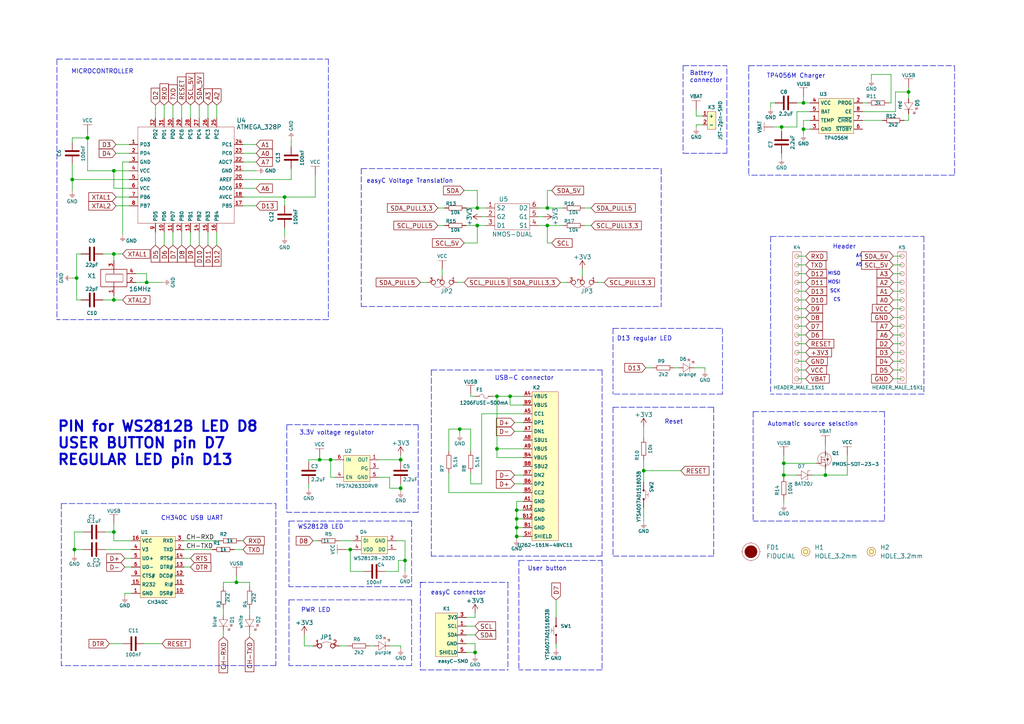
<source format=kicad_sch>
(kicad_sch (version 20210621) (generator eeschema)
  (paper "A4")
  (title_block (title "Dasduino CORE") (date "2021-08-26") (rev "V1.1.1.") (company "SOLDERED") (comment 1 "333037"))
  (lib_symbols
    (symbol "e-radionica.com schematics:0402LED" (pin_numbers hide) (pin_names (offset 0.254) hide)
      (property "Reference" "D" (at -0.635 2.54 0))
      (property "Value" "0402LED" (at 0 -2.54 0))
      (symbol "0402LED_1_1"
        (pin passive line (at -1.905 0 0) (length 1.27) (name "A") (number "1"))
        (pin passive line (at 2.54 0 180) (length 1.27) (name "K") (number "2"))
      )
    )
    (symbol "e-radionica.com schematics:0402LED_1" (pin_numbers hide) (pin_names (offset 0.254) hide)
      (property "Reference" "D" (at -0.635 2.54 0))
      (property "Value" "0402LED" (at 0 -2.54 0))
      (symbol "0402LED_1_1_1"
        (pin passive line (at -1.905 0 0) (length 1.27) (name "A") (number "1"))
        (pin passive line (at 2.54 0 180) (length 1.27) (name "K") (number "2"))
      )
    )
    (symbol "e-radionica.com schematics:0402LED_3" (pin_numbers hide) (pin_names (offset 0.254) hide)
      (property "Reference" "D" (at -0.635 2.54 0))
      (property "Value" "0402LED" (at 0 -2.54 0))
      (symbol "0402LED_3_1_1"
        (pin passive line (at -1.905 0 0) (length 1.27) (name "A") (number "1"))
        (pin passive line (at 2.54 0 180) (length 1.27) (name "K") (number "2"))
      )
    )
    (symbol "e-radionica.com schematics:0402R" (pin_numbers hide) (pin_names (offset 0.254))
      (property "Reference" "R" (at -1.905 1.27 0))
      (property "Value" "0402R" (at 0 -1.27 0))
      (symbol "0402R_1_1"
        (pin passive line (at -3.175 0 0) (length 1.27) (name "~") (number "1"))
        (pin passive line (at 3.175 0 180) (length 1.27) (name "~") (number "2"))
      )
    )
    (symbol "e-radionica.com schematics:0402R_1" (pin_numbers hide) (pin_names (offset 0.254))
      (property "Reference" "R" (at -1.905 1.27 0))
      (property "Value" "0402R" (at 0 -1.27 0))
      (symbol "0402R_1_1_1"
        (pin passive line (at -3.175 0 0) (length 1.27) (name "~") (number "1"))
        (pin passive line (at 3.175 0 180) (length 1.27) (name "~") (number "2"))
      )
    )
    (symbol "e-radionica.com schematics:0402R_2" (pin_numbers hide) (pin_names (offset 0.254))
      (property "Reference" "R" (at -1.905 1.27 0))
      (property "Value" "0402R" (at 0 -1.27 0))
      (symbol "0402R_2_1_1"
        (pin passive line (at -3.175 0 0) (length 1.27) (name "~") (number "1"))
        (pin passive line (at 3.175 0 180) (length 1.27) (name "~") (number "2"))
      )
    )
    (symbol "e-radionica.com schematics:0603C" (pin_numbers hide) (pin_names (offset 0.002))
      (property "Reference" "C" (at -0.635 3.175 0))
      (property "Value" "0603C" (at 0 -3.175 0))
      (symbol "0603C_1_1"
        (pin passive line (at -3.175 0 0) (length 2.54) (name "~") (number "1"))
        (pin passive line (at 3.175 0 180) (length 2.54) (name "~") (number "2"))
      )
    )
    (symbol "e-radionica.com schematics:0603C_4" (pin_numbers hide) (pin_names (offset 0.002))
      (property "Reference" "C" (at -0.635 3.175 0))
      (property "Value" "0603C" (at 0 -3.175 0))
      (symbol "0603C_4_1_1"
        (pin passive line (at -3.175 0 0) (length 2.54) (name "~") (number "1"))
        (pin passive line (at 3.175 0 180) (length 2.54) (name "~") (number "2"))
      )
    )
    (symbol "e-radionica.com schematics:0603C_5" (pin_numbers hide) (pin_names (offset 0.002))
      (property "Reference" "C" (at -0.635 3.175 0))
      (property "Value" "0603C" (at 0 -3.175 0))
      (symbol "0603C_5_1_1"
        (pin passive line (at -3.175 0 0) (length 2.54) (name "~") (number "1"))
        (pin passive line (at 3.175 0 180) (length 2.54) (name "~") (number "2"))
      )
    )
    (symbol "e-radionica.com schematics:0603R" (pin_numbers hide) (pin_names (offset 0.254))
      (property "Reference" "R" (at -1.905 1.905 0))
      (property "Value" "0603R" (at 0 -1.905 0))
      (symbol "0603R_1_1"
        (pin passive line (at -3.175 0 0) (length 1.27) (name "~") (number "1"))
        (pin passive line (at 3.175 0 180) (length 1.27) (name "~") (number "2"))
      )
    )
    (symbol "e-radionica.com schematics:0603R_1" (pin_numbers hide) (pin_names (offset 0.254))
      (property "Reference" "R" (at -1.905 1.905 0))
      (property "Value" "0603R" (at 0 -1.905 0))
      (symbol "0603R_1_1_1"
        (pin passive line (at -3.175 0 0) (length 1.27) (name "~") (number "1"))
        (pin passive line (at 3.175 0 180) (length 1.27) (name "~") (number "2"))
      )
    )
    (symbol "e-radionica.com schematics:0603R_2" (pin_numbers hide) (pin_names (offset 0.254))
      (property "Reference" "R" (at -1.905 1.905 0))
      (property "Value" "0603R" (at 0 -1.905 0))
      (symbol "0603R_2_1_1"
        (pin passive line (at -3.175 0 0) (length 1.27) (name "~") (number "1"))
        (pin passive line (at 3.175 0 180) (length 1.27) (name "~") (number "2"))
      )
    )
    (symbol "e-radionica.com schematics:0603R_3" (pin_numbers hide) (pin_names (offset 0.254))
      (property "Reference" "R" (at -1.905 1.905 0))
      (property "Value" "0603R" (at 0 -1.905 0))
      (symbol "0603R_3_1_1"
        (pin passive line (at -3.175 0 0) (length 1.27) (name "~") (number "1"))
        (pin passive line (at 3.175 0 180) (length 1.27) (name "~") (number "2"))
      )
    )
    (symbol "e-radionica.com schematics:0603R_4" (pin_numbers hide) (pin_names (offset 0.254))
      (property "Reference" "R" (at -1.905 1.905 0))
      (property "Value" "0603R" (at 0 -1.905 0))
      (symbol "0603R_4_1_1"
        (pin passive line (at -3.175 0 0) (length 1.27) (name "~") (number "1"))
        (pin passive line (at 3.175 0 180) (length 1.27) (name "~") (number "2"))
      )
    )
    (symbol "e-radionica.com schematics:0603R_5" (pin_numbers hide) (pin_names (offset 0.254))
      (property "Reference" "R" (at -1.905 1.905 0))
      (property "Value" "0603R" (at 0 -1.905 0))
      (symbol "0603R_5_1_1"
        (pin passive line (at -3.175 0 0) (length 1.27) (name "~") (number "1"))
        (pin passive line (at 3.175 0 180) (length 1.27) (name "~") (number "2"))
      )
    )
    (symbol "e-radionica.com schematics:1206FUSE" (pin_numbers hide) (pin_names hide)
      (property "Reference" "F" (at -1.27 1.905 0))
      (property "Value" "1206FUSE" (at 0 -1.905 0))
      (symbol "1206FUSE_1_1"
        (pin passive line (at -2.54 0 0) (length 1.27) (name "~") (number "1"))
        (pin passive line (at 2.54 0 180) (length 1.27) (name "~") (number "2"))
      )
    )
    (symbol "e-radionica.com schematics:ATMEGA_328P"
      (property "Reference" "U" (at -12.7 15.24 0))
      (property "Value" "ATMEGA_328P" (at 0 -25.4 0))
      (symbol "ATMEGA_328P_1_1"
        (pin input line (at -16.51 8.89 0) (length 2.54) (name "PD3") (number "1"))
        (pin input line (at -6.35 -16.51 90) (length 2.54) (name "PD6") (number "10"))
        (pin input line (at -3.81 -16.51 90) (length 2.54) (name "PD7") (number "11"))
        (pin input line (at -1.27 -16.51 90) (length 2.54) (name "PB0") (number "12"))
        (pin input line (at 1.27 -16.51 90) (length 2.54) (name "PB1") (number "13"))
        (pin input line (at 3.81 -16.51 90) (length 2.54) (name "PB2") (number "14"))
        (pin input line (at 6.35 -16.51 90) (length 2.54) (name "PB3") (number "15"))
        (pin input line (at 8.89 -16.51 90) (length 2.54) (name "PB4") (number "16"))
        (pin input line (at 16.51 -8.89 180) (length 2.54) (name "PB5") (number "17"))
        (pin input line (at 16.51 -6.35 180) (length 2.54) (name "AVCC") (number "18"))
        (pin input line (at 16.51 -3.81 180) (length 2.54) (name "ADC6") (number "19"))
        (pin input line (at -16.51 6.35 0) (length 2.54) (name "PD4") (number "2"))
        (pin input line (at 16.51 -1.27 180) (length 2.54) (name "AREF") (number "20"))
        (pin passive line (at 16.51 1.27 180) (length 2.54) (name "GND") (number "21"))
        (pin input line (at 16.51 3.81 180) (length 2.54) (name "ADC7") (number "22"))
        (pin input line (at 16.51 6.35 180) (length 2.54) (name "PC0") (number "23"))
        (pin input line (at 16.51 8.89 180) (length 2.54) (name "PC1") (number "24"))
        (pin input line (at 8.89 16.51 270) (length 2.54) (name "PC2") (number "25"))
        (pin input line (at 6.35 16.51 270) (length 2.54) (name "PC3") (number "26"))
        (pin input line (at 3.81 16.51 270) (length 2.54) (name "PC4") (number "27"))
        (pin input line (at 1.27 16.51 270) (length 2.54) (name "PC5") (number "28"))
        (pin input line (at -1.27 16.51 270) (length 2.54) (name "PC6") (number "29"))
        (pin passive line (at -16.51 3.81 0) (length 2.54) (name "GND") (number "3"))
        (pin input line (at -3.81 16.51 270) (length 2.54) (name "PD0") (number "30"))
        (pin input line (at -6.35 16.51 270) (length 2.54) (name "PD1") (number "31"))
        (pin input line (at -8.89 16.51 270) (length 2.54) (name "PD2") (number "32"))
        (pin input line (at -16.51 1.27 0) (length 2.54) (name "VCC") (number "4"))
        (pin passive line (at -16.51 -1.27 0) (length 2.54) (name "GND") (number "5"))
        (pin input line (at -16.51 -3.81 0) (length 2.54) (name "VCC") (number "6"))
        (pin input line (at -16.51 -6.35 0) (length 2.54) (name "PB6") (number "7"))
        (pin input line (at -16.51 -8.89 0) (length 2.54) (name "PB7") (number "8"))
        (pin input line (at -8.89 -16.51 90) (length 2.54) (name "PD5") (number "9"))
      )
    )
    (symbol "e-radionica.com schematics:BAT20J" (pin_numbers hide) (pin_names hide)
      (property "Reference" "D" (at 0 2.54 0))
      (property "Value" "BAT20J" (at 0 -2.54 0))
      (symbol "BAT20J_1_1"
        (pin passive line (at -1.905 0 0) (length 1.27) (name "A") (number "1"))
        (pin passive line (at 2.54 0 180) (length 1.27) (name "K") (number "2"))
      )
    )
    (symbol "e-radionica.com schematics:CH340C"
      (property "Reference" "U" (at -3.81 10.16 0))
      (property "Value" "CH340C" (at 0 -10.16 0))
      (symbol "CH340C_1_1"
        (pin passive line (at -7.62 -7.62 0) (length 2.54) (name "GND") (number "1"))
        (pin passive line (at 7.62 -7.62 180) (length 2.54) (name "DSR#") (number "10"))
        (pin passive line (at 7.62 -5.08 180) (length 2.54) (name "RI#") (number "11"))
        (pin passive line (at 7.62 -2.54 180) (length 2.54) (name "DCD#") (number "12"))
        (pin passive line (at 7.62 0 180) (length 2.54) (name "DTR#") (number "13"))
        (pin passive line (at 7.62 2.54 180) (length 2.54) (name "RTS#") (number "14"))
        (pin passive line (at -7.62 -5.08 0) (length 2.54) (name "R232") (number "15"))
        (pin passive line (at -7.62 7.62 0) (length 2.54) (name "VCC") (number "16"))
        (pin passive line (at 7.62 5.08 180) (length 2.54) (name "TXD") (number "2"))
        (pin passive line (at 7.62 7.62 180) (length 2.54) (name "RXD") (number "3"))
        (pin passive line (at -7.62 5.08 0) (length 2.54) (name "V3") (number "4"))
        (pin passive line (at -7.62 2.54 0) (length 2.54) (name "UD+") (number "5"))
        (pin passive line (at -7.62 0 0) (length 2.54) (name "UD-") (number "6"))
        (pin passive line (at -7.62 -2.54 0) (length 2.54) (name "CTS#") (number "9"))
      )
    )
    (symbol "e-radionica.com schematics:CRYSTAL_3225_4_PAD"
      (property "Reference" "X" (at 0 7.112 0))
      (property "Value" "CRYSTAL_3225_4_PAD" (at 0 5.334 0))
      (symbol "CRYSTAL_3225_4_PAD_1_1"
        (pin passive line (at -5.08 0 0) (length 2.54) (name "") (number "1"))
        (pin power_in line (at -1.27 -6.35 90) (length 2.54) (name "") (number "2"))
        (pin output line (at 5.08 0 180) (length 2.54) (name "") (number "3"))
        (pin power_in line (at 1.27 -6.35 90) (length 2.54) (name "") (number "4"))
      )
    )
    (symbol "e-radionica.com schematics:FIDUCIAL" (in_bom no)
      (property "Reference" "FD" (at 0 3.81 0))
      (property "Value" "FIDUCIAL" (at 0 -3.81 0))
    )
    (symbol "e-radionica.com schematics:GND" (power) (pin_names (offset 0))
      (property "Value" "GND" (at 0 -2.921 0))
      (symbol "GND_1_1"
        (pin power_in line (at 0 0 270) (length 0) hide (name "GND") (number "1"))
      )
    )
    (symbol "e-radionica.com schematics:GND_1" (power) (pin_names (offset 0))
      (property "Value" "GND" (at 0 -2.921 0))
      (symbol "GND_1_1_1"
        (pin power_in line (at 0 0 270) (length 0) hide (name "GND") (number "1"))
      )
    )
    (symbol "e-radionica.com schematics:GND_2" (power) (pin_names (offset 0))
      (property "Value" "GND" (at 0 -2.921 0))
      (symbol "GND_2_1_1"
        (pin power_in line (at 0 0 270) (length 0) hide (name "GND") (number "1"))
      )
    )
    (symbol "e-radionica.com schematics:GND_3" (power) (pin_names (offset 0))
      (property "Value" "GND" (at 0 -2.921 0))
      (symbol "GND_3_1_1"
        (pin power_in line (at 0 0 270) (length 0) hide (name "GND") (number "1"))
      )
    )
    (symbol "e-radionica.com schematics:GND_4" (power) (pin_names (offset 0))
      (property "Value" "GND" (at 0 -2.921 0))
      (symbol "GND_4_1_1"
        (pin power_in line (at 0 0 270) (length 0) hide (name "GND") (number "1"))
      )
    )
    (symbol "e-radionica.com schematics:GND_5" (power) (pin_names (offset 0))
      (property "Value" "GND" (at 0 -2.921 0))
      (symbol "GND_5_1_1"
        (pin power_in line (at 0 0 270) (length 0) hide (name "GND") (number "1"))
      )
    )
    (symbol "e-radionica.com schematics:GND_7" (power) (pin_names (offset 0))
      (property "Value" "GND" (at 0 -2.921 0))
      (symbol "GND_7_1_1"
        (pin power_in line (at 0 0 270) (length 0) hide (name "GND") (number "1"))
      )
    )
    (symbol "e-radionica.com schematics:GND_8" (power) (pin_names (offset 0))
      (property "Value" "GND" (at 0 -2.921 0))
      (symbol "GND_8_1_1"
        (pin power_in line (at 0 0 270) (length 0) hide (name "GND") (number "1"))
      )
    )
    (symbol "e-radionica.com schematics:HEADER_MALE_15X1" (pin_numbers hide) (pin_names hide)
      (property "Reference" "K" (at -0.635 20.32 0))
      (property "Value" "HEADER_MALE_15X1" (at 1.27 -20.32 0))
      (symbol "HEADER_MALE_15X1_1_1"
        (pin passive line (at 0 -17.78 180) (length 0) (name "~") (number "1"))
        (pin passive line (at 0 5.08 180) (length 0) (name "~") (number "10"))
        (pin passive line (at 0 7.62 180) (length 0) (name "~") (number "11"))
        (pin passive line (at 0 10.16 180) (length 0) (name "~") (number "12"))
        (pin passive line (at 0 12.7 180) (length 0) (name "~") (number "13"))
        (pin passive line (at 0 15.24 180) (length 0) (name "~") (number "14"))
        (pin passive line (at 0 17.78 180) (length 0) (name "~") (number "15"))
        (pin passive line (at 0 -15.24 180) (length 0) (name "~") (number "2"))
        (pin passive line (at 0 -12.7 180) (length 0) (name "~") (number "3"))
        (pin passive line (at 0 -10.16 180) (length 0) (name "~") (number "4"))
        (pin passive line (at 0 -7.62 180) (length 0) (name "~") (number "5"))
        (pin passive line (at 0 -5.08 180) (length 0) (name "~") (number "6"))
        (pin passive line (at 0 -2.54 180) (length 0) (name "~") (number "7"))
        (pin passive line (at 0 0 180) (length 0) (name "~") (number "8"))
        (pin passive line (at 0 2.54 180) (length 0) (name "~") (number "9"))
      )
    )
    (symbol "e-radionica.com schematics:HOLE_3.2mm" (pin_numbers hide) (pin_names hide)
      (property "Reference" "H" (at 0 2.54 0))
      (property "Value" "HOLE_3.2mm" (at 0 -2.54 0))
    )
    (symbol "e-radionica.com schematics:JST-2pin-SMD"
      (property "Reference" "K" (at -1.27 5.08 0))
      (property "Value" "JST-2pin-SMD" (at 0 -2.54 0))
      (symbol "JST-2pin-SMD_1_1"
        (pin passive line (at 1.27 0 180) (length 1.27) (name "+") (number "1"))
        (pin passive line (at 1.27 2.54 180) (length 1.27) (name "-") (number "2"))
      )
    )
    (symbol "e-radionica.com schematics:NMOS-DUAL"
      (property "Reference" "U" (at -3.81 5.08 0))
      (property "Value" "NMOS-DUAL" (at 0 -5.08 0))
      (symbol "NMOS-DUAL_1_1"
        (pin input line (at -7.62 2.54 0) (length 2.54) (name "S2") (number "1"))
        (pin input line (at -7.62 0 0) (length 2.54) (name "G2") (number "2"))
        (pin input line (at -7.62 -2.54 0) (length 2.54) (name "D1") (number "3"))
        (pin input line (at 7.62 -2.54 180) (length 2.54) (name "S1") (number "4"))
        (pin input line (at 7.62 0 180) (length 2.54) (name "G1") (number "5"))
        (pin input line (at 7.62 2.54 180) (length 2.54) (name "D2") (number "6"))
      )
    )
    (symbol "e-radionica.com schematics:PMOS-SOT-23-3" (pin_numbers hide) (pin_names hide)
      (property "Reference" "Q" (at -0.762 3.302 0))
      (property "Value" "PMOS-SOT-23-3" (at 0.381 -4.064 0))
      (symbol "PMOS-SOT-23-3_1_1"
        (pin passive line (at -1.27 -1.016 0) (length 1.27) (name "G") (number "1"))
        (pin passive line (at 1.27 -2.54 90) (length 1.27) (name "S") (number "2"))
        (pin passive line (at 1.27 2.54 270) (length 1.27) (name "D") (number "3"))
      )
    )
    (symbol "e-radionica.com schematics:SMD-JUMPER-CONNECTED_TRACE_SLODERMASK"
      (property "Reference" "JP" (at 0 3.556 0))
      (property "Value" "SMD-JUMPER-CONNECTED_TRACE_SLODERMASK" (at 0 -2.54 0))
      (symbol "SMD-JUMPER-CONNECTED_TRACE_SLODERMASK_1_1"
        (pin passive inverted (at -4.064 0 0) (length 2.54) (name "") (number "1"))
        (pin passive inverted (at 3.556 0 180) (length 2.54) (name "") (number "2"))
      )
    )
    (symbol "e-radionica.com schematics:SMD_JUMPER_3_PAD_TRACE"
      (property "Reference" "JP" (at 0.0254 5.461 0))
      (property "Value" "SMD_JUMPER_3_PAD_TRACE" (at 0.3048 -4.572 0))
      (symbol "SMD_JUMPER_3_PAD_TRACE_1_1"
        (pin passive inverted (at -4.5212 -0.0254 0) (length 2.54) (name "") (number "1"))
        (pin passive inverted (at 0.0254 -1.9304 90) (length 2.54) (name "") (number "2"))
        (pin passive inverted (at 4.4704 0 180) (length 2.54) (name "") (number "3"))
      )
    )
    (symbol "e-radionica.com schematics:TP4056M"
      (property "Reference" "U" (at -3.81 5.08 0))
      (property "Value" "TP4056M" (at 0 -7.62 0))
      (symbol "TP4056M_1_1"
        (pin passive line (at -7.62 -2.54 0) (length 2.54) (name "TEMP") (number "1"))
        (pin passive line (at 7.62 2.54 180) (length 2.54) (name "PROG") (number "2"))
        (pin passive line (at -7.62 -5.08 0) (length 2.54) (name "GND") (number "3"))
        (pin passive line (at -7.62 2.54 0) (length 2.54) (name "VCC") (number "4"))
        (pin passive line (at -7.62 0 0) (length 2.54) (name "BAT") (number "5"))
        (pin passive line (at 7.62 -5.08 180) (length 2.54) (name "~{STDBY}") (number "6"))
        (pin passive line (at 7.62 -2.54 180) (length 2.54) (name "~{CHRG}") (number "7"))
        (pin passive line (at 7.62 0 180) (length 2.54) (name "CE") (number "8"))
      )
    )
    (symbol "e-radionica.com schematics:TPS7A2633DRVR"
      (property "Reference" "U" (at -3.175 5.08 0))
      (property "Value" "TPS7A2633DRVR" (at 0 -5.08 0))
      (symbol "TPS7A2633DRVR_1_1"
        (pin passive line (at 6.35 2.54 180) (length 2.54) (name "OUT") (number "1"))
        (pin passive line (at 6.35 0 180) (length 2.54) (name "PG") (number "3"))
        (pin passive line (at -6.35 -2.54 0) (length 2.54) (name "EN") (number "4"))
        (pin passive line (at 6.35 -2.54 180) (length 2.54) (name "GND") (number "5"))
        (pin passive line (at -6.35 2.54 0) (length 2.54) (name "IN") (number "6"))
      )
    )
    (symbol "e-radionica.com schematics:U262-161N-4BVC11"
      (property "Reference" "K" (at 0 22.86 0))
      (property "Value" "U262-161N-4BVC11" (at 2.54 -22.86 0))
      (symbol "U262-161N-4BVC11_1_1"
        (pin passive line (at -3.81 -10.16 0) (length 2.54) (name "GND") (number "A1"))
        (pin passive line (at -3.81 -12.7 0) (length 2.54) (name "GND") (number "A12"))
        (pin passive line (at -3.81 20.32 0) (length 2.54) (name "VBUS") (number "A4"))
        (pin passive line (at -3.81 15.24 0) (length 2.54) (name "CC1") (number "A5"))
        (pin passive line (at -3.81 12.7 0) (length 2.54) (name "DP1") (number "A6"))
        (pin passive line (at -3.81 10.16 0) (length 2.54) (name "DN1") (number "A7"))
        (pin passive line (at -3.81 7.62 0) (length 2.54) (name "SBU1") (number "A8"))
        (pin passive line (at -3.81 5.08 0) (length 2.54) (name "VBUS") (number "A9"))
        (pin passive line (at -3.81 -17.78 0) (length 2.54) (name "GND") (number "B1"))
        (pin passive line (at -3.81 -15.24 0) (length 2.54) (name "GND") (number "B12"))
        (pin passive line (at -3.81 2.54 0) (length 2.54) (name "VBUS") (number "B4"))
        (pin passive line (at -3.81 -7.62 0) (length 2.54) (name "CC2") (number "B5"))
        (pin passive line (at -3.81 -5.08 0) (length 2.54) (name "DP2") (number "B6"))
        (pin passive line (at -3.81 -2.54 0) (length 2.54) (name "DN2") (number "B7"))
        (pin passive line (at -3.81 0 0) (length 2.54) (name "SBU2") (number "B8"))
        (pin passive line (at -3.81 17.78 0) (length 2.54) (name "VBUS") (number "B9"))
        (pin passive line (at -3.81 -20.32 0) (length 2.54) (name "SHIELD") (number "SH"))
      )
    )
    (symbol "e-radionica.com schematics:VBAT" (power) (pin_names (offset 0))
      (property "Value" "VBAT" (at 0 3.556 0))
      (symbol "VBAT_1_1"
        (pin power_in line (at 0 0 90) (length 0) hide (name "VBAT") (number "1"))
      )
    )
    (symbol "e-radionica.com schematics:VCC" (power) (pin_names (offset 0))
      (property "Value" "VCC" (at 0 3.556 0))
      (symbol "VCC_1_1"
        (pin power_in line (at 0 0 90) (length 0) hide (name "VCC") (number "1"))
      )
    )
    (symbol "e-radionica.com schematics:VUSB" (power) (pin_names (offset 0))
      (property "Value" "VUSB" (at 0 3.556 0))
      (symbol "VUSB_1_1"
        (pin power_in line (at 0 0 90) (length 0) hide (name "VUSB") (number "1"))
      )
    )
    (symbol "e-radionica.com schematics:VUSB_1" (power) (pin_names (offset 0))
      (property "Value" "VUSB" (at 0 3.556 0))
      (symbol "VUSB_1_1_1"
        (pin power_in line (at 0 0 90) (length 0) hide (name "VUSB") (number "1"))
      )
    )
    (symbol "e-radionica.com schematics:VUSB_2" (power) (pin_names (offset 0))
      (property "Value" "VUSB" (at 0 3.556 0))
      (symbol "VUSB_2_1_1"
        (pin power_in line (at 0 0 90) (length 0) hide (name "VUSB") (number "1"))
      )
    )
    (symbol "e-radionica.com schematics:VUSB_3" (power) (pin_names (offset 0))
      (property "Value" "VUSB" (at 0 3.556 0))
      (symbol "VUSB_3_1_1"
        (pin power_in line (at 0 0 90) (length 0) hide (name "VUSB") (number "1"))
      )
    )
    (symbol "e-radionica.com schematics:VUSB_4" (power) (pin_names (offset 0))
      (property "Value" "VUSB" (at 0 3.556 0))
      (symbol "VUSB_4_1_1"
        (pin power_in line (at 0 0 90) (length 0) hide (name "VUSB") (number "1"))
      )
    )
    (symbol "e-radionica.com schematics:WS2812B-2020"
      (property "Reference" "D" (at -2.54 3.81 0))
      (property "Value" "WS2812B-2020" (at 0 -3.81 0))
      (symbol "WS2812B-2020_1_1"
        (pin passive line (at 6.35 -1.27 180) (length 2.54) (name "DO") (number "1"))
        (pin passive line (at 6.35 1.27 180) (length 2.54) (name "GND") (number "2"))
        (pin passive line (at -6.35 1.27 0) (length 2.54) (name "DI") (number "3"))
        (pin passive line (at -6.35 -1.27 0) (length 2.54) (name "VDD") (number "4"))
      )
    )
    (symbol "e-radionica.com schematics:YTSA007A0151803B" (pin_numbers hide) (pin_names hide)
      (property "Reference" "SW" (at -1.016 2.286 0))
      (property "Value" "YTSA007A0151803B" (at 1.778 -2.032 0))
      (symbol "YTSA007A0151803B_1_1"
        (pin passive line (at -2.54 0 0) (length 2.54) (name "~") (number "1"))
        (pin passive line (at 5.08 0 180) (length 2.54) (name "~") (number "2"))
      )
    )
    (symbol "e-radionica.com schematics:easyC-SMD" (pin_names (offset 0.002))
      (property "Reference" "K" (at -2.54 10.16 0))
      (property "Value" "easyC-SMD" (at 0 -5.08 0))
      (symbol "easyC-SMD_1_1"
        (pin passive line (at 5.715 5.08 180) (length 2.54) (name "SCL") (number "1"))
        (pin passive line (at 5.715 2.54 180) (length 2.54) (name "SDA") (number "2"))
        (pin passive line (at 5.715 7.62 180) (length 2.54) (name "3V3") (number "3"))
        (pin passive line (at 5.715 0 180) (length 2.54) (name "GND") (number "4"))
        (pin passive line (at 5.715 -2.54 180) (length 2.54) (name "SHIELD") (number "5"))
      )
    )
    (symbol "power:+3V3" (power) (pin_names (offset 0))
      (property "Value" "+3V3" (at 0 3.556 0))
      (symbol "+3V3_1_1"
        (pin power_in line (at 0 0 90) (length 0) hide (name "+3V3") (number "1"))
      )
    )
  )
  (junction (at 20.955 52.07) (diameter 0.9144))
  (junction (at 21.59 159.385) (diameter 0.9144))
  (junction (at 22.225 80.645) (diameter 0.9144))
  (junction (at 25.4 40.005) (diameter 0.9144))
  (junction (at 33.02 49.53) (diameter 0.9144))
  (junction (at 33.02 73.66) (diameter 0.9144))
  (junction (at 33.02 86.995) (diameter 0.9144))
  (junction (at 33.02 154.305) (diameter 0.9144))
  (junction (at 42.545 81.915) (diameter 0.9144))
  (junction (at 68.58 168.91) (diameter 0.9144))
  (junction (at 82.55 57.15) (diameter 0.9144))
  (junction (at 92.71 133.35) (diameter 0.9144))
  (junction (at 95.885 133.35) (diameter 0.9144))
  (junction (at 101.6 159.385) (diameter 0.9144))
  (junction (at 116.205 133.35) (diameter 0.9144))
  (junction (at 116.205 141.605) (diameter 0.9144))
  (junction (at 117.475 162.56) (diameter 0.9144))
  (junction (at 133.35 124.46) (diameter 0.9144))
  (junction (at 137.795 189.23) (diameter 0.9144))
  (junction (at 138.43 60.325) (diameter 0.9144))
  (junction (at 138.43 65.405) (diameter 0.9144))
  (junction (at 144.145 114.935) (diameter 0.9144))
  (junction (at 144.145 130.175) (diameter 0.9144))
  (junction (at 147.955 114.935) (diameter 0.9144))
  (junction (at 149.86 147.955) (diameter 0.9144))
  (junction (at 149.86 150.495) (diameter 0.9144))
  (junction (at 149.86 153.035) (diameter 0.9144))
  (junction (at 149.86 155.575) (diameter 0.9144))
  (junction (at 158.75 60.325) (diameter 0.9144))
  (junction (at 158.75 65.405) (diameter 0.9144))
  (junction (at 186.69 136.525) (diameter 0.9144))
  (junction (at 226.695 36.83) (diameter 0.9144))
  (junction (at 227.33 134.366) (diameter 0.9144))
  (junction (at 227.33 137.795) (diameter 0.9144))
  (junction (at 233.045 29.845) (diameter 0.9144))
  (junction (at 233.045 37.465) (diameter 0.9144))
  (junction (at 239.395 137.795) (diameter 0.9144))
  (junction (at 263.525 26.67) (diameter 0.9144))
  (wire (pts (xy 20.955 40.005) (xy 25.4 40.005)))
  (wire (pts (xy 20.955 41.275) (xy 20.955 40.005)))
  (wire (pts (xy 20.955 47.625) (xy 20.955 52.07)))
  (wire (pts (xy 20.955 52.07) (xy 37.465 52.07)))
  (wire (pts (xy 20.955 55.245) (xy 20.955 52.07)))
  (wire (pts (xy 20.955 80.645) (xy 22.225 80.645)))
  (wire (pts (xy 21.59 154.305) (xy 21.59 159.385)))
  (wire (pts (xy 21.59 159.385) (xy 21.59 160.655)))
  (wire (pts (xy 22.225 73.66) (xy 22.225 80.645)))
  (wire (pts (xy 22.225 73.66) (xy 23.495 73.66)))
  (wire (pts (xy 22.225 80.645) (xy 22.225 86.995)))
  (wire (pts (xy 22.225 86.995) (xy 23.495 86.995)))
  (wire (pts (xy 24.13 154.305) (xy 21.59 154.305)))
  (wire (pts (xy 24.13 159.385) (xy 21.59 159.385)))
  (wire (pts (xy 25.4 38.735) (xy 25.4 40.005)))
  (wire (pts (xy 25.4 40.005) (xy 25.4 49.53)))
  (wire (pts (xy 25.4 49.53) (xy 33.02 49.53)))
  (wire (pts (xy 29.845 73.66) (xy 33.02 73.66)))
  (wire (pts (xy 29.845 86.995) (xy 33.02 86.995)))
  (wire (pts (xy 30.48 154.305) (xy 33.02 154.305)))
  (wire (pts (xy 30.48 159.385) (xy 38.1 159.385)))
  (wire (pts (xy 31.75 186.69) (xy 35.56 186.69)))
  (wire (pts (xy 33.02 49.53) (xy 37.465 49.53)))
  (wire (pts (xy 33.02 54.61) (xy 33.02 49.53)))
  (wire (pts (xy 33.02 73.66) (xy 33.02 75.565)))
  (wire (pts (xy 33.02 73.66) (xy 35.56 73.66)))
  (wire (pts (xy 33.02 85.725) (xy 33.02 86.995)))
  (wire (pts (xy 33.02 86.995) (xy 35.56 86.995)))
  (wire (pts (xy 33.02 154.305) (xy 33.02 151.765)))
  (wire (pts (xy 33.02 156.845) (xy 33.02 154.305)))
  (wire (pts (xy 35.56 46.99) (xy 35.56 67.945)))
  (wire (pts (xy 36.195 161.925) (xy 38.1 161.925)))
  (wire (pts (xy 36.195 164.465) (xy 38.1 164.465)))
  (wire (pts (xy 36.195 172.085) (xy 36.195 172.72)))
  (wire (pts (xy 37.465 41.91) (xy 33.655 41.91)))
  (wire (pts (xy 37.465 44.45) (xy 33.655 44.45)))
  (wire (pts (xy 37.465 46.99) (xy 35.56 46.99)))
  (wire (pts (xy 37.465 54.61) (xy 33.02 54.61)))
  (wire (pts (xy 37.465 57.15) (xy 33.655 57.15)))
  (wire (pts (xy 37.465 59.69) (xy 33.655 59.69)))
  (wire (pts (xy 38.1 156.845) (xy 33.02 156.845)))
  (wire (pts (xy 38.1 172.085) (xy 36.195 172.085)))
  (wire (pts (xy 39.37 79.375) (xy 42.545 79.375)))
  (wire (pts (xy 41.91 186.69) (xy 46.99 186.69)))
  (wire (pts (xy 42.545 79.375) (xy 42.545 81.915)))
  (wire (pts (xy 42.545 81.915) (xy 39.37 81.915)))
  (wire (pts (xy 42.545 81.915) (xy 46.99 81.915)))
  (wire (pts (xy 45.085 30.48) (xy 45.085 34.29)))
  (wire (pts (xy 45.085 71.12) (xy 45.085 67.31)))
  (wire (pts (xy 47.625 30.48) (xy 47.625 34.29)))
  (wire (pts (xy 47.625 71.12) (xy 47.625 67.31)))
  (wire (pts (xy 50.165 30.48) (xy 50.165 34.29)))
  (wire (pts (xy 50.165 71.12) (xy 50.165 67.31)))
  (wire (pts (xy 52.705 30.48) (xy 52.705 34.29)))
  (wire (pts (xy 52.705 71.12) (xy 52.705 67.31)))
  (wire (pts (xy 53.34 156.845) (xy 63.5 156.845)))
  (wire (pts (xy 53.34 159.385) (xy 61.595 159.385)))
  (wire (pts (xy 53.34 161.925) (xy 55.245 161.925)))
  (wire (pts (xy 53.34 164.465) (xy 55.245 164.465)))
  (wire (pts (xy 55.245 30.48) (xy 55.245 34.29)))
  (wire (pts (xy 55.245 71.12) (xy 55.245 67.31)))
  (wire (pts (xy 57.785 30.48) (xy 57.785 34.29)))
  (wire (pts (xy 57.785 71.12) (xy 57.785 67.31)))
  (wire (pts (xy 60.325 30.48) (xy 60.325 34.29)))
  (wire (pts (xy 60.325 71.12) (xy 60.325 67.31)))
  (wire (pts (xy 62.865 30.48) (xy 62.865 34.29)))
  (wire (pts (xy 62.865 71.12) (xy 62.865 67.31)))
  (wire (pts (xy 64.77 168.91) (xy 68.58 168.91)))
  (wire (pts (xy 64.77 170.18) (xy 64.77 168.91)))
  (wire (pts (xy 64.77 176.53) (xy 64.77 178.435)))
  (wire (pts (xy 64.77 182.88) (xy 64.77 184.785)))
  (wire (pts (xy 67.945 159.385) (xy 70.485 159.385)))
  (wire (pts (xy 68.58 167.005) (xy 68.58 168.91)))
  (wire (pts (xy 69.85 156.845) (xy 70.485 156.845)))
  (wire (pts (xy 70.485 41.91) (xy 74.295 41.91)))
  (wire (pts (xy 70.485 44.45) (xy 74.295 44.45)))
  (wire (pts (xy 70.485 46.99) (xy 74.295 46.99)))
  (wire (pts (xy 70.485 49.53) (xy 74.295 49.53)))
  (wire (pts (xy 70.485 52.07) (xy 84.455 52.07)))
  (wire (pts (xy 70.485 57.15) (xy 82.55 57.15)))
  (wire (pts (xy 72.39 168.91) (xy 68.58 168.91)))
  (wire (pts (xy 72.39 170.18) (xy 72.39 168.91)))
  (wire (pts (xy 72.39 176.53) (xy 72.39 178.435)))
  (wire (pts (xy 72.39 182.88) (xy 72.39 184.785)))
  (wire (pts (xy 74.295 54.61) (xy 70.485 54.61)))
  (wire (pts (xy 74.295 59.69) (xy 70.485 59.69)))
  (wire (pts (xy 82.55 57.15) (xy 82.55 59.69)))
  (wire (pts (xy 82.55 57.15) (xy 91.44 57.15)))
  (wire (pts (xy 82.55 66.04) (xy 82.55 68.58)))
  (wire (pts (xy 84.455 40.64) (xy 84.455 42.545)))
  (wire (pts (xy 84.455 52.07) (xy 84.455 48.895)))
  (wire (pts (xy 88.265 187.325) (xy 88.265 184.15)))
  (wire (pts (xy 89.535 133.35) (xy 92.71 133.35)))
  (wire (pts (xy 89.535 133.985) (xy 89.535 133.35)))
  (wire (pts (xy 89.535 140.335) (xy 89.535 141.605)))
  (wire (pts (xy 90.805 156.845) (xy 92.075 156.845)))
  (wire (pts (xy 90.805 187.325) (xy 88.265 187.325)))
  (wire (pts (xy 91.44 50.8) (xy 91.44 57.15)))
  (wire (pts (xy 92.71 133.35) (xy 92.71 132.715)))
  (wire (pts (xy 95.885 133.35) (xy 92.71 133.35)))
  (wire (pts (xy 95.885 138.43) (xy 95.885 133.35)))
  (wire (pts (xy 97.155 133.35) (xy 95.885 133.35)))
  (wire (pts (xy 97.155 138.43) (xy 95.885 138.43)))
  (wire (pts (xy 98.425 156.845) (xy 102.235 156.845)))
  (wire (pts (xy 98.425 187.325) (xy 100.965 187.325)))
  (wire (pts (xy 100.33 159.385) (xy 101.6 159.385)))
  (wire (pts (xy 101.6 159.385) (xy 102.235 159.385)))
  (wire (pts (xy 101.6 165.735) (xy 101.6 159.385)))
  (wire (pts (xy 105.41 165.735) (xy 101.6 165.735)))
  (wire (pts (xy 107.315 187.325) (xy 108.585 187.325)))
  (wire (pts (xy 109.855 133.35) (xy 116.205 133.35)))
  (wire (pts (xy 109.855 138.43) (xy 113.03 138.43)))
  (wire (pts (xy 111.76 165.735) (xy 115.57 165.735)))
  (wire (pts (xy 113.03 138.43) (xy 113.03 141.605)))
  (wire (pts (xy 113.03 141.605) (xy 116.205 141.605)))
  (wire (pts (xy 113.03 187.325) (xy 116.205 187.325)))
  (wire (pts (xy 114.935 156.845) (xy 117.475 156.845)))
  (wire (pts (xy 115.57 162.56) (xy 117.475 162.56)))
  (wire (pts (xy 115.57 165.735) (xy 115.57 162.56)))
  (wire (pts (xy 116.205 132.08) (xy 116.205 133.35)))
  (wire (pts (xy 116.205 133.35) (xy 116.205 133.985)))
  (wire (pts (xy 116.205 140.335) (xy 116.205 141.605)))
  (wire (pts (xy 116.205 141.605) (xy 116.205 142.24)))
  (wire (pts (xy 116.205 187.325) (xy 116.205 187.96)))
  (wire (pts (xy 117.475 156.845) (xy 117.475 162.56)))
  (wire (pts (xy 117.475 162.56) (xy 117.475 165.735)))
  (wire (pts (xy 121.92 81.915) (xy 123.7996 81.915)))
  (wire (pts (xy 127 60.325) (xy 128.905 60.325)))
  (wire (pts (xy 127 65.405) (xy 128.905 65.405)))
  (wire (pts (xy 128.2446 78.105) (xy 128.27 78.105)))
  (wire (pts (xy 128.2446 79.9846) (xy 128.2446 78.105)))
  (wire (pts (xy 130.175 124.46) (xy 130.175 130.81)))
  (wire (pts (xy 130.175 124.46) (xy 133.35 124.46)))
  (wire (pts (xy 130.175 137.16) (xy 130.175 142.875)))
  (wire (pts (xy 132.7912 81.8896) (xy 134.62 81.8896)))
  (wire (pts (xy 133.35 124.46) (xy 133.35 125.73)))
  (wire (pts (xy 133.35 124.46) (xy 136.525 124.46)))
  (wire (pts (xy 134.62 55.245) (xy 138.43 55.245)))
  (wire (pts (xy 134.62 70.485) (xy 138.43 70.485)))
  (wire (pts (xy 134.62 81.8896) (xy 134.62 81.915)))
  (wire (pts (xy 135.255 60.325) (xy 138.43 60.325)))
  (wire (pts (xy 135.255 65.405) (xy 138.43 65.405)))
  (wire (pts (xy 135.255 179.07) (xy 137.795 179.07)))
  (wire (pts (xy 135.255 181.61) (xy 137.795 181.61)))
  (wire (pts (xy 135.255 184.15) (xy 137.795 184.15)))
  (wire (pts (xy 135.255 186.69) (xy 137.795 186.69)))
  (wire (pts (xy 135.255 189.23) (xy 137.795 189.23)))
  (wire (pts (xy 136.525 114.935) (xy 136.525 114.3)))
  (wire (pts (xy 136.525 124.46) (xy 136.525 130.81)))
  (wire (pts (xy 136.525 137.16) (xy 136.525 140.335)))
  (wire (pts (xy 136.525 140.335) (xy 139.7 140.335)))
  (wire (pts (xy 137.795 114.935) (xy 136.525 114.935)))
  (wire (pts (xy 137.795 179.07) (xy 137.795 177.8)))
  (wire (pts (xy 137.795 186.69) (xy 137.795 189.23)))
  (wire (pts (xy 137.795 189.23) (xy 137.795 189.865)))
  (wire (pts (xy 138.43 55.245) (xy 138.43 60.325)))
  (wire (pts (xy 138.43 60.325) (xy 140.97 60.325)))
  (wire (pts (xy 138.43 65.405) (xy 140.97 65.405)))
  (wire (pts (xy 138.43 70.485) (xy 138.43 65.405)))
  (wire (pts (xy 139.7 62.865) (xy 140.97 62.865)))
  (wire (pts (xy 139.7 120.015) (xy 151.765 120.015)))
  (wire (pts (xy 139.7 140.335) (xy 139.7 120.015)))
  (wire (pts (xy 142.875 114.935) (xy 144.145 114.935)))
  (wire (pts (xy 144.145 114.935) (xy 147.955 114.935)))
  (wire (pts (xy 144.145 130.175) (xy 144.145 114.935)))
  (wire (pts (xy 144.145 130.175) (xy 144.145 132.715)))
  (wire (pts (xy 144.145 130.175) (xy 151.765 130.175)))
  (wire (pts (xy 147.955 114.935) (xy 151.765 114.935)))
  (wire (pts (xy 147.955 117.475) (xy 147.955 114.935)))
  (wire (pts (xy 149.225 122.555) (xy 151.765 122.555)))
  (wire (pts (xy 149.225 125.095) (xy 151.765 125.095)))
  (wire (pts (xy 149.225 137.795) (xy 151.765 137.795)))
  (wire (pts (xy 149.225 140.335) (xy 151.765 140.335)))
  (wire (pts (xy 149.86 145.415) (xy 149.86 147.955)))
  (wire (pts (xy 149.86 147.955) (xy 149.86 150.495)))
  (wire (pts (xy 149.86 147.955) (xy 151.765 147.955)))
  (wire (pts (xy 149.86 150.495) (xy 149.86 153.035)))
  (wire (pts (xy 149.86 150.495) (xy 151.765 150.495)))
  (wire (pts (xy 149.86 153.035) (xy 149.86 155.575)))
  (wire (pts (xy 149.86 153.035) (xy 151.765 153.035)))
  (wire (pts (xy 149.86 155.575) (xy 149.86 156.21)))
  (wire (pts (xy 151.765 117.475) (xy 147.955 117.475)))
  (wire (pts (xy 151.765 132.715) (xy 144.145 132.715)))
  (wire (pts (xy 151.765 142.875) (xy 130.175 142.875)))
  (wire (pts (xy 151.765 145.415) (xy 149.86 145.415)))
  (wire (pts (xy 151.765 155.575) (xy 149.86 155.575)))
  (wire (pts (xy 156.21 60.325) (xy 158.75 60.325)))
  (wire (pts (xy 156.21 62.865) (xy 157.48 62.865)))
  (wire (pts (xy 156.21 65.405) (xy 158.75 65.405)))
  (wire (pts (xy 158.75 55.245) (xy 158.75 60.325)))
  (wire (pts (xy 158.75 60.325) (xy 163.195 60.325)))
  (wire (pts (xy 158.75 65.405) (xy 163.195 65.405)))
  (wire (pts (xy 158.75 70.485) (xy 158.75 65.405)))
  (wire (pts (xy 160.02 55.245) (xy 158.75 55.245)))
  (wire (pts (xy 160.02 70.485) (xy 158.75 70.485)))
  (wire (pts (xy 161.29 173.99) (xy 161.29 179.07)))
  (wire (pts (xy 161.29 186.69) (xy 161.29 187.96)))
  (wire (pts (xy 162.56 81.915) (xy 164.4396 81.915)))
  (wire (pts (xy 168.8846 78.105) (xy 168.91 78.105)))
  (wire (pts (xy 168.8846 79.9846) (xy 168.8846 78.105)))
  (wire (pts (xy 169.545 60.325) (xy 171.45 60.325)))
  (wire (pts (xy 169.545 65.405) (xy 171.45 65.405)))
  (wire (pts (xy 173.4312 81.8896) (xy 173.4312 81.915)))
  (wire (pts (xy 173.4312 81.915) (xy 175.26 81.915)))
  (wire (pts (xy 186.69 123.825) (xy 186.69 127)))
  (wire (pts (xy 186.69 133.35) (xy 186.69 136.525)))
  (wire (pts (xy 186.69 136.525) (xy 186.69 139.7)))
  (wire (pts (xy 186.69 136.525) (xy 197.485 136.525)))
  (wire (pts (xy 186.69 147.32) (xy 186.69 151.13)))
  (wire (pts (xy 189.23 106.68) (xy 187.325 106.68)))
  (wire (pts (xy 195.58 106.68) (xy 196.85 106.68)))
  (wire (pts (xy 201.295 106.68) (xy 204.47 106.68)))
  (wire (pts (xy 201.93 33.655) (xy 201.93 31.75)))
  (wire (pts (xy 201.93 36.195) (xy 201.93 36.83)))
  (wire (pts (xy 203.835 33.655) (xy 201.93 33.655)))
  (wire (pts (xy 203.835 36.195) (xy 201.93 36.195)))
  (wire (pts (xy 204.47 106.68) (xy 204.47 107.315)))
  (wire (pts (xy 223.52 29.845) (xy 223.52 31.115)))
  (wire (pts (xy 224.155 36.83) (xy 226.695 36.83)))
  (wire (pts (xy 224.79 29.845) (xy 223.52 29.845)))
  (wire (pts (xy 226.695 36.83) (xy 226.695 38.1)))
  (wire (pts (xy 226.695 36.83) (xy 231.14 36.83)))
  (wire (pts (xy 226.695 44.45) (xy 226.695 45.72)))
  (wire (pts (xy 227.33 132.08) (xy 227.33 134.366)))
  (wire (pts (xy 227.33 134.366) (xy 227.33 137.795)))
  (wire (pts (xy 227.33 134.366) (xy 236.855 134.366)))
  (wire (pts (xy 227.33 137.795) (xy 227.33 138.43)))
  (wire (pts (xy 227.33 137.795) (xy 231.14 137.795)))
  (wire (pts (xy 227.33 144.78) (xy 227.33 146.05)))
  (wire (pts (xy 231.14 29.845) (xy 233.045 29.845)))
  (wire (pts (xy 231.14 32.385) (xy 231.14 36.83)))
  (wire (pts (xy 231.14 74.295) (xy 233.68 74.295)))
  (wire (pts (xy 231.14 76.835) (xy 233.68 76.835)))
  (wire (pts (xy 231.14 79.375) (xy 233.68 79.375)))
  (wire (pts (xy 231.14 81.915) (xy 233.68 81.915)))
  (wire (pts (xy 231.14 84.455) (xy 233.68 84.455)))
  (wire (pts (xy 231.14 86.995) (xy 233.68 86.995)))
  (wire (pts (xy 231.14 89.535) (xy 233.68 89.535)))
  (wire (pts (xy 231.14 92.075) (xy 233.68 92.075)))
  (wire (pts (xy 231.14 94.615) (xy 233.68 94.615)))
  (wire (pts (xy 231.14 97.155) (xy 233.68 97.155)))
  (wire (pts (xy 231.14 99.695) (xy 233.68 99.695)))
  (wire (pts (xy 231.14 102.235) (xy 233.68 102.235)))
  (wire (pts (xy 231.14 104.775) (xy 233.68 104.775)))
  (wire (pts (xy 231.14 107.315) (xy 233.68 107.315)))
  (wire (pts (xy 231.14 109.855) (xy 233.68 109.855)))
  (wire (pts (xy 233.045 29.845) (xy 233.045 27.94)))
  (wire (pts (xy 233.045 34.925) (xy 233.045 37.465)))
  (wire (pts (xy 233.045 37.465) (xy 233.045 38.735)))
  (wire (pts (xy 234.95 29.845) (xy 233.045 29.845)))
  (wire (pts (xy 234.95 32.385) (xy 231.14 32.385)))
  (wire (pts (xy 234.95 34.925) (xy 233.045 34.925)))
  (wire (pts (xy 234.95 37.465) (xy 233.045 37.465)))
  (wire (pts (xy 235.585 137.795) (xy 239.395 137.795)))
  (wire (pts (xy 239.395 128.905) (xy 239.395 130.81)))
  (wire (pts (xy 239.395 137.795) (xy 239.395 135.89)))
  (wire (pts (xy 239.395 137.795) (xy 245.745 137.795)))
  (wire (pts (xy 245.745 132.08) (xy 245.745 137.795)))
  (wire (pts (xy 250.19 29.845) (xy 251.46 29.845)))
  (wire (pts (xy 250.19 32.385) (xy 259.715 32.385)))
  (wire (pts (xy 250.19 34.925) (xy 255.905 34.925)))
  (wire (pts (xy 252.73 21.59) (xy 252.73 22.86)))
  (wire (pts (xy 257.81 29.845) (xy 258.445 29.845)))
  (wire (pts (xy 258.445 21.59) (xy 252.73 21.59)))
  (wire (pts (xy 258.445 29.845) (xy 258.445 21.59)))
  (wire (pts (xy 259.08 74.295) (xy 261.62 74.295)))
  (wire (pts (xy 259.08 76.835) (xy 261.62 76.835)))
  (wire (pts (xy 259.08 79.375) (xy 261.62 79.375)))
  (wire (pts (xy 259.08 81.915) (xy 261.62 81.915)))
  (wire (pts (xy 259.08 84.455) (xy 261.62 84.455)))
  (wire (pts (xy 259.08 86.995) (xy 261.62 86.995)))
  (wire (pts (xy 259.08 89.535) (xy 261.62 89.535)))
  (wire (pts (xy 259.08 92.075) (xy 261.62 92.075)))
  (wire (pts (xy 259.08 94.615) (xy 261.62 94.615)))
  (wire (pts (xy 259.08 97.155) (xy 261.62 97.155)))
  (wire (pts (xy 259.08 99.695) (xy 261.62 99.695)))
  (wire (pts (xy 259.08 102.235) (xy 261.62 102.235)))
  (wire (pts (xy 259.08 104.775) (xy 261.62 104.775)))
  (wire (pts (xy 259.08 107.315) (xy 261.62 107.315)))
  (wire (pts (xy 259.08 109.855) (xy 261.62 109.855)))
  (wire (pts (xy 259.715 26.67) (xy 263.525 26.67)))
  (wire (pts (xy 259.715 32.385) (xy 259.715 26.67)))
  (wire (pts (xy 262.255 34.925) (xy 263.525 34.925)))
  (wire (pts (xy 263.525 25.4) (xy 263.525 26.67)))
  (wire (pts (xy 263.525 26.67) (xy 263.525 28.575)))
  (wire (pts (xy 263.525 34.925) (xy 263.525 33.02)))
  (polyline (pts (xy 16.51 17.145) (xy 16.51 92.71)) (stroke (width 0) (type dash)))
  (polyline (pts (xy 16.51 17.145) (xy 95.25 17.145)) (stroke (width 0) (type dash)))
  (polyline (pts (xy 17.78 146.05) (xy 17.78 193.04)) (stroke (width 0) (type dash)))
  (polyline (pts (xy 17.78 146.05) (xy 80.01 146.05)) (stroke (width 0) (type dash)))
  (polyline (pts (xy 80.01 146.05) (xy 80.01 193.04)) (stroke (width 0) (type dash)))
  (polyline (pts (xy 80.01 193.04) (xy 17.78 193.04)) (stroke (width 0) (type dash)))
  (polyline (pts (xy 83.185 123.19) (xy 83.185 148.59)) (stroke (width 0) (type dash)))
  (polyline (pts (xy 83.185 123.19) (xy 121.285 123.19)) (stroke (width 0) (type dash)))
  (polyline (pts (xy 83.82 151.13) (xy 83.82 170.18)) (stroke (width 0) (type dash)))
  (polyline (pts (xy 83.82 151.13) (xy 119.38 151.13)) (stroke (width 0) (type dash)))
  (polyline (pts (xy 83.82 173.99) (xy 83.82 193.04)) (stroke (width 0) (type dash)))
  (polyline (pts (xy 83.82 173.99) (xy 119.38 173.99)) (stroke (width 0) (type dash)))
  (polyline (pts (xy 95.25 17.145) (xy 95.25 92.71)) (stroke (width 0) (type dash)))
  (polyline (pts (xy 95.25 92.71) (xy 16.51 92.71)) (stroke (width 0) (type dash)))
  (polyline (pts (xy 104.775 48.895) (xy 104.775 88.9)) (stroke (width 0) (type dash)))
  (polyline (pts (xy 104.775 48.895) (xy 191.77 48.895)) (stroke (width 0) (type dash)))
  (polyline (pts (xy 104.775 88.9) (xy 191.77 88.9)) (stroke (width 0) (type dash)))
  (polyline (pts (xy 119.38 151.13) (xy 119.38 170.18)) (stroke (width 0) (type dash)))
  (polyline (pts (xy 119.38 170.18) (xy 83.82 170.18)) (stroke (width 0) (type dash)))
  (polyline (pts (xy 119.38 173.99) (xy 119.38 193.04)) (stroke (width 0) (type dash)))
  (polyline (pts (xy 119.38 193.04) (xy 83.82 193.04)) (stroke (width 0) (type dash)))
  (polyline (pts (xy 121.285 123.19) (xy 121.285 148.59)) (stroke (width 0) (type dash)))
  (polyline (pts (xy 121.285 148.59) (xy 83.185 148.59)) (stroke (width 0) (type dash)))
  (polyline (pts (xy 121.92 168.91) (xy 121.92 194.31)) (stroke (width 0) (type dash)))
  (polyline (pts (xy 121.92 168.91) (xy 147.32 168.91)) (stroke (width 0) (type dash)))
  (polyline (pts (xy 121.92 194.31) (xy 147.32 194.31)) (stroke (width 0) (type dash)))
  (polyline (pts (xy 122.555 168.91) (xy 121.92 168.91)) (stroke (width 0) (type dash)))
  (polyline (pts (xy 125.095 107.315) (xy 125.095 161.29)) (stroke (width 0) (type dash)))
  (polyline (pts (xy 125.095 107.315) (xy 174.625 107.315)) (stroke (width 0) (type dash)))
  (polyline (pts (xy 147.32 168.91) (xy 147.32 194.31)) (stroke (width 0) (type dash)))
  (polyline (pts (xy 150.495 162.56) (xy 150.495 194.31)) (stroke (width 0) (type dash)))
  (polyline (pts (xy 150.495 162.56) (xy 174.625 162.56)) (stroke (width 0) (type dash)))
  (polyline (pts (xy 174.625 107.315) (xy 174.625 161.29)) (stroke (width 0) (type dash)))
  (polyline (pts (xy 174.625 161.29) (xy 125.095 161.29)) (stroke (width 0) (type dash)))
  (polyline (pts (xy 174.625 162.56) (xy 174.625 194.31)) (stroke (width 0) (type dash)))
  (polyline (pts (xy 174.625 194.31) (xy 150.495 194.31)) (stroke (width 0) (type dash)))
  (polyline (pts (xy 177.8 95.25) (xy 177.8 114.3)) (stroke (width 0) (type dash)))
  (polyline (pts (xy 177.8 95.25) (xy 209.55 95.25)) (stroke (width 0) (type dash)))
  (polyline (pts (xy 177.8 118.11) (xy 177.8 161.29)) (stroke (width 0) (type dash)))
  (polyline (pts (xy 177.8 118.11) (xy 207.01 118.11)) (stroke (width 0) (type dash)))
  (polyline (pts (xy 191.77 48.895) (xy 191.77 88.9)) (stroke (width 0) (type dash)))
  (polyline (pts (xy 198.12 19.05) (xy 198.12 44.45)) (stroke (width 0) (type dash)))
  (polyline (pts (xy 198.12 19.05) (xy 210.82 19.05)) (stroke (width 0) (type dash)))
  (polyline (pts (xy 198.12 44.45) (xy 210.82 44.45)) (stroke (width 0) (type dash)))
  (polyline (pts (xy 207.01 118.11) (xy 207.01 161.29)) (stroke (width 0) (type dash)))
  (polyline (pts (xy 207.01 161.29) (xy 177.8 161.29)) (stroke (width 0) (type dash)))
  (polyline (pts (xy 209.55 95.25) (xy 209.55 114.3)) (stroke (width 0) (type dash)))
  (polyline (pts (xy 209.55 114.3) (xy 177.8 114.3)) (stroke (width 0) (type dash)))
  (polyline (pts (xy 210.82 44.45) (xy 210.82 19.05)) (stroke (width 0) (type dash)))
  (polyline (pts (xy 217.17 19.05) (xy 217.17 50.8)) (stroke (width 0) (type dash)))
  (polyline (pts (xy 217.17 19.05) (xy 276.86 19.05)) (stroke (width 0) (type dash)))
  (polyline (pts (xy 218.44 119.38) (xy 218.44 151.13)) (stroke (width 0) (type dash)))
  (polyline (pts (xy 218.44 119.38) (xy 256.54 119.38)) (stroke (width 0) (type dash)))
  (polyline (pts (xy 223.52 68.58) (xy 223.52 114.3)) (stroke (width 0) (type dash)))
  (polyline (pts (xy 223.52 68.58) (xy 267.97 68.58)) (stroke (width 0) (type dash)))
  (polyline (pts (xy 256.54 119.38) (xy 256.54 151.13)) (stroke (width 0) (type dash)))
  (polyline (pts (xy 256.54 151.13) (xy 218.44 151.13)) (stroke (width 0) (type dash)))
  (polyline (pts (xy 267.97 68.58) (xy 267.97 114.3)) (stroke (width 0) (type dash)))
  (polyline (pts (xy 267.97 114.3) (xy 223.52 114.3)) (stroke (width 0) (type dash)))
  (polyline (pts (xy 276.86 19.05) (xy 276.86 50.8)) (stroke (width 0) (type dash)))
  (polyline (pts (xy 276.86 50.8) (xy 217.17 50.8)) (stroke (width 0) (type dash)))
  (text "PIN for WS2812B LED D8\nUSER BUTTON pin D7\nREGULAR LED pin D13" (at 16.51 135.255 0) (effects (font (size 3 3) (thickness 0.6) bold) (justify left bottom)))
  (text "MICROCONTROLLER" (at 38.735 21.59 180) (effects (font (size 1.27 1.27)) (justify right bottom)))
  (text "CH340C USB UART" (at 64.77 151.13 180) (effects (font (size 1.27 1.27)) (justify right bottom)))
  (text "PWR LED" (at 95.885 177.8 180) (effects (font (size 1.27 1.27)) (justify right bottom)))
  (text "WS2812B LED" (at 99.695 153.67 180) (effects (font (size 1.27 1.27)) (justify right bottom)))
  (text "3.3V voltage regulator" (at 108.585 126.365 180) (effects (font (size 1.27 1.27)) (justify right bottom)))
  (text "easyC Voltage Translation" (at 131.445 53.34 180) (effects (font (size 1.27 1.27)) (justify right bottom)))
  (text "easyC connector" (at 140.97 172.72 180) (effects (font (size 1.27 1.27)) (justify right bottom)))
  (text "USB-C connector" (at 160.655 110.49 180) (effects (font (size 1.27 1.27)) (justify right bottom)))
  (text "User button\n" (at 164.465 165.735 180) (effects (font (size 1.27 1.27)) (justify right bottom)))
  (text "D13 regular LED" (at 194.945 99.06 180) (effects (font (size 1.27 1.27)) (justify right bottom)))
  (text "Reset" (at 198.12 123.19 180) (effects (font (size 1.27 1.27)) (justify right bottom)))
  (text "Battery\nconnector" (at 200.025 24.13 0) (effects (font (size 1.27 1.27)) (justify left bottom)))
  (text "TP4056M Charger\n" (at 239.395 22.86 180) (effects (font (size 1.27 1.27)) (justify right bottom)))
  (text "MISO" (at 243.84 80.01 180) (effects (font (size 1 1)) (justify right bottom)))
  (text "MOSI" (at 243.84 82.55 180) (effects (font (size 1 1)) (justify right bottom)))
  (text "SCK" (at 243.84 85.09 180) (effects (font (size 1 1)) (justify right bottom)))
  (text "CS" (at 243.84 87.63 180) (effects (font (size 1 1)) (justify right bottom)))
  (text "Header" (at 248.285 72.39 180) (effects (font (size 1.27 1.27)) (justify right bottom)))
  (text "Automatic source selsction" (at 248.92 123.825 180) (effects (font (size 1.27 1.27)) (justify right bottom)))
  (text "A4" (at 250.19 74.93 180) (effects (font (size 1 1)) (justify right bottom)))
  (text "A5" (at 250.19 77.47 180) (effects (font (size 1 1)) (justify right bottom)))
  (label "CH-RXD" (at 53.975 156.845 0))
  (label "CH-TXD" (at 53.975 159.385 0))
  (global_label "DTR" (shape input) (at 31.75 186.69 180) (property "Intersheet References" "${INTERSHEET_REFS}" (effects hide)))
  (global_label "D3" (shape input) (at 33.655 41.91 180) (property "Intersheet References" "${INTERSHEET_REFS}" (effects hide)))
  (global_label "D4" (shape input) (at 33.655 44.45 180) (property "Intersheet References" "${INTERSHEET_REFS}" (effects hide)))
  (global_label "XTAL1" (shape input) (at 33.655 57.15 180) (property "Intersheet References" "${INTERSHEET_REFS}" (effects hide)))
  (global_label "XTAL2" (shape input) (at 33.655 59.69 180) (property "Intersheet References" "${INTERSHEET_REFS}" (effects hide)))
  (global_label "XTAL1" (shape input) (at 35.56 73.66 0) (property "Intersheet References" "${INTERSHEET_REFS}" (effects hide)))
  (global_label "XTAL2" (shape input) (at 35.56 86.995 0) (property "Intersheet References" "${INTERSHEET_REFS}" (effects hide)))
  (global_label "D+" (shape input) (at 36.195 161.925 180) (property "Intersheet References" "${INTERSHEET_REFS}" (effects hide)))
  (global_label "D-" (shape input) (at 36.195 164.465 180) (property "Intersheet References" "${INTERSHEET_REFS}" (effects hide)))
  (global_label "D2" (shape input) (at 45.085 30.48 90) (property "Intersheet References" "${INTERSHEET_REFS}" (effects hide)))
  (global_label "D5" (shape input) (at 45.085 71.12 270) (property "Intersheet References" "${INTERSHEET_REFS}" (effects hide)))
  (global_label "RESET" (shape input) (at 46.99 186.69 0) (property "Intersheet References" "${INTERSHEET_REFS}" (effects hide)))
  (global_label "RXD" (shape input) (at 47.625 30.48 90) (property "Intersheet References" "${INTERSHEET_REFS}" (effects hide)))
  (global_label "D6" (shape input) (at 47.625 71.12 270) (property "Intersheet References" "${INTERSHEET_REFS}" (effects hide)))
  (global_label "TXD" (shape input) (at 50.165 30.48 90) (property "Intersheet References" "${INTERSHEET_REFS}" (effects hide)))
  (global_label "D7" (shape input) (at 50.165 71.12 270) (property "Intersheet References" "${INTERSHEET_REFS}" (effects hide)))
  (global_label "RESET" (shape input) (at 52.705 30.48 90) (property "Intersheet References" "${INTERSHEET_REFS}" (effects hide)))
  (global_label "D8" (shape input) (at 52.705 71.12 270) (property "Intersheet References" "${INTERSHEET_REFS}" (effects hide)))
  (global_label "SCL_5V" (shape input) (at 55.245 30.48 90) (property "Intersheet References" "${INTERSHEET_REFS}" (effects hide)))
  (global_label "D9" (shape input) (at 55.245 71.12 270) (property "Intersheet References" "${INTERSHEET_REFS}" (effects hide)))
  (global_label "RTS" (shape input) (at 55.245 161.925 0) (property "Intersheet References" "${INTERSHEET_REFS}" (effects hide)))
  (global_label "DTR" (shape input) (at 55.245 164.465 0) (property "Intersheet References" "${INTERSHEET_REFS}" (effects hide)))
  (global_label "SDA_5V" (shape input) (at 57.785 30.48 90) (property "Intersheet References" "${INTERSHEET_REFS}" (effects hide)))
  (global_label "D10" (shape input) (at 57.785 71.12 270) (property "Intersheet References" "${INTERSHEET_REFS}" (effects hide)))
  (global_label "A3" (shape input) (at 60.325 30.48 90) (property "Intersheet References" "${INTERSHEET_REFS}" (effects hide)))
  (global_label "D11" (shape input) (at 60.325 71.12 270) (property "Intersheet References" "${INTERSHEET_REFS}" (effects hide)))
  (global_label "A2" (shape input) (at 62.865 30.48 90) (property "Intersheet References" "${INTERSHEET_REFS}" (effects hide)))
  (global_label "D12" (shape input) (at 62.865 71.12 270) (property "Intersheet References" "${INTERSHEET_REFS}" (effects hide)))
  (global_label "CH-RXD" (shape input) (at 64.77 184.785 270) (property "Intersheet References" "${INTERSHEET_REFS}" (effects hide)))
  (global_label "RXD" (shape input) (at 70.485 156.845 0) (property "Intersheet References" "${INTERSHEET_REFS}" (effects hide)))
  (global_label "TXD" (shape input) (at 70.485 159.385 0) (property "Intersheet References" "${INTERSHEET_REFS}" (effects hide)))
  (global_label "CH-TXD" (shape input) (at 72.39 184.785 270) (property "Intersheet References" "${INTERSHEET_REFS}" (effects hide)))
  (global_label "A1" (shape input) (at 74.295 41.91 0) (property "Intersheet References" "${INTERSHEET_REFS}" (effects hide)))
  (global_label "A0" (shape input) (at 74.295 44.45 0) (property "Intersheet References" "${INTERSHEET_REFS}" (effects hide)))
  (global_label "A7" (shape input) (at 74.295 46.99 0) (property "Intersheet References" "${INTERSHEET_REFS}" (effects hide)))
  (global_label "A6" (shape input) (at 74.295 54.61 0) (property "Intersheet References" "${INTERSHEET_REFS}" (effects hide)))
  (global_label "D13" (shape input) (at 74.295 59.69 0) (property "Intersheet References" "${INTERSHEET_REFS}" (effects hide)))
  (global_label "D8" (shape input) (at 90.805 156.845 180) (property "Intersheet References" "${INTERSHEET_REFS}" (effects hide)))
  (global_label "SDA_PULL5" (shape input) (at 121.92 81.915 180) (property "Intersheet References" "${INTERSHEET_REFS}" (effects hide)))
  (global_label "SDA_PULL3,3" (shape input) (at 127 60.325 180) (property "Intersheet References" "${INTERSHEET_REFS}" (effects hide)))
  (global_label "SCL_PULL5" (shape input) (at 127 65.405 180) (property "Intersheet References" "${INTERSHEET_REFS}" (effects hide)))
  (global_label "SDA" (shape input) (at 134.62 55.245 180) (property "Intersheet References" "${INTERSHEET_REFS}" (effects hide)))
  (global_label "SCL_5V" (shape input) (at 134.62 70.485 180) (property "Intersheet References" "${INTERSHEET_REFS}" (effects hide)))
  (global_label "SCL_PULL5" (shape input) (at 134.62 81.915 0) (property "Intersheet References" "${INTERSHEET_REFS}" (effects hide)))
  (global_label "SCL" (shape input) (at 137.795 181.61 0) (property "Intersheet References" "${INTERSHEET_REFS}" (effects hide)))
  (global_label "SDA" (shape input) (at 137.795 184.15 0) (property "Intersheet References" "${INTERSHEET_REFS}" (effects hide)))
  (global_label "D+" (shape input) (at 149.225 122.555 180) (property "Intersheet References" "${INTERSHEET_REFS}" (effects hide)))
  (global_label "D-" (shape input) (at 149.225 125.095 180) (property "Intersheet References" "${INTERSHEET_REFS}" (effects hide)))
  (global_label "D-" (shape input) (at 149.225 137.795 180) (property "Intersheet References" "${INTERSHEET_REFS}" (effects hide)))
  (global_label "D+" (shape input) (at 149.225 140.335 180) (property "Intersheet References" "${INTERSHEET_REFS}" (effects hide)))
  (global_label "SDA_5V" (shape input) (at 160.02 55.245 0) (property "Intersheet References" "${INTERSHEET_REFS}" (effects hide)))
  (global_label "SCL" (shape input) (at 160.02 70.485 0) (property "Intersheet References" "${INTERSHEET_REFS}" (effects hide)))
  (global_label "D7" (shape input) (at 161.29 173.99 90) (property "Intersheet References" "${INTERSHEET_REFS}" (effects hide)))
  (global_label "SDA_PULL3,3" (shape input) (at 162.56 81.915 180) (property "Intersheet References" "${INTERSHEET_REFS}" (effects hide)))
  (global_label "SDA_PULL5" (shape input) (at 171.45 60.325 0) (property "Intersheet References" "${INTERSHEET_REFS}" (effects hide)))
  (global_label "SCL_PULL3,3" (shape input) (at 171.45 65.405 0) (property "Intersheet References" "${INTERSHEET_REFS}" (effects hide)))
  (global_label "SCL_PULL3,3" (shape input) (at 175.26 81.915 0) (property "Intersheet References" "${INTERSHEET_REFS}" (effects hide)))
  (global_label "D13" (shape input) (at 187.325 106.68 180) (property "Intersheet References" "${INTERSHEET_REFS}" (effects hide)))
  (global_label "RESET" (shape input) (at 197.485 136.525 0) (property "Intersheet References" "${INTERSHEET_REFS}" (effects hide)))
  (global_label "RXD" (shape input) (at 233.68 74.295 0) (property "Intersheet References" "${INTERSHEET_REFS}" (effects hide)))
  (global_label "TXD" (shape input) (at 233.68 76.835 0) (property "Intersheet References" "${INTERSHEET_REFS}" (effects hide)))
  (global_label "D12" (shape input) (at 233.68 79.375 0) (property "Intersheet References" "${INTERSHEET_REFS}" (effects hide)))
  (global_label "D11" (shape input) (at 233.68 81.915 0) (property "Intersheet References" "${INTERSHEET_REFS}" (effects hide)))
  (global_label "D13" (shape input) (at 233.68 84.455 0) (property "Intersheet References" "${INTERSHEET_REFS}" (effects hide)))
  (global_label "D10" (shape input) (at 233.68 86.995 0) (property "Intersheet References" "${INTERSHEET_REFS}" (effects hide)))
  (global_label "D9" (shape input) (at 233.68 89.535 0) (property "Intersheet References" "${INTERSHEET_REFS}" (effects hide)))
  (global_label "D8" (shape input) (at 233.68 92.075 0) (property "Intersheet References" "${INTERSHEET_REFS}" (effects hide)))
  (global_label "D7" (shape input) (at 233.68 94.615 0) (property "Intersheet References" "${INTERSHEET_REFS}" (effects hide)))
  (global_label "D6" (shape input) (at 233.68 97.155 0) (property "Intersheet References" "${INTERSHEET_REFS}" (effects hide)))
  (global_label "RESET" (shape input) (at 233.68 99.695 0) (property "Intersheet References" "${INTERSHEET_REFS}" (effects hide)))
  (global_label "+3V3" (shape input) (at 233.68 102.235 0) (property "Intersheet References" "${INTERSHEET_REFS}" (effects hide)))
  (global_label "GND" (shape input) (at 233.68 104.775 0) (property "Intersheet References" "${INTERSHEET_REFS}" (effects hide)))
  (global_label "VCC" (shape input) (at 233.68 107.315 0) (property "Intersheet References" "${INTERSHEET_REFS}" (effects hide)))
  (global_label "VBAT" (shape input) (at 233.68 109.855 0) (property "Intersheet References" "${INTERSHEET_REFS}" (effects hide)))
  (global_label "SDA_5V" (shape input) (at 259.08 74.295 180) (property "Intersheet References" "${INTERSHEET_REFS}" (effects hide)))
  (global_label "SCL_5V" (shape input) (at 259.08 76.835 180) (property "Intersheet References" "${INTERSHEET_REFS}" (effects hide)))
  (global_label "A3" (shape input) (at 259.08 79.375 180) (property "Intersheet References" "${INTERSHEET_REFS}" (effects hide)))
  (global_label "A2" (shape input) (at 259.08 81.915 180) (property "Intersheet References" "${INTERSHEET_REFS}" (effects hide)))
  (global_label "A1" (shape input) (at 259.08 84.455 180) (property "Intersheet References" "${INTERSHEET_REFS}" (effects hide)))
  (global_label "A0" (shape input) (at 259.08 86.995 180) (property "Intersheet References" "${INTERSHEET_REFS}" (effects hide)))
  (global_label "VCC" (shape input) (at 259.08 89.535 180) (property "Intersheet References" "${INTERSHEET_REFS}" (effects hide)))
  (global_label "GND" (shape input) (at 259.08 92.075 180) (property "Intersheet References" "${INTERSHEET_REFS}" (effects hide)))
  (global_label "A7" (shape input) (at 259.08 94.615 180) (property "Intersheet References" "${INTERSHEET_REFS}" (effects hide)))
  (global_label "A6" (shape input) (at 259.08 97.155 180) (property "Intersheet References" "${INTERSHEET_REFS}" (effects hide)))
  (global_label "D2" (shape input) (at 259.08 99.695 180) (property "Intersheet References" "${INTERSHEET_REFS}" (effects hide)))
  (global_label "D3" (shape input) (at 259.08 102.235 180) (property "Intersheet References" "${INTERSHEET_REFS}" (effects hide)))
  (global_label "D4" (shape input) (at 259.08 104.775 180) (property "Intersheet References" "${INTERSHEET_REFS}" (effects hide)))
  (global_label "D5" (shape input) (at 259.08 107.315 180) (property "Intersheet References" "${INTERSHEET_REFS}" (effects hide)))
  (global_label "GND" (shape input) (at 259.08 109.855 180) (property "Intersheet References" "${INTERSHEET_REFS}" (effects hide)))
  (symbol (lib_id "e-radionica.com schematics:GND") (at 20.955 55.245 0) (unit 1)
    (property "Reference" "#PWR06" (effects hide))
    (property "Value" "GND" (at 20.955 58.42 0) (effects (font (size 1 1))))
  )
  (symbol (lib_id "e-radionica.com schematics:GND") (at 20.955 80.645 270) (unit 1)
    (property "Reference" "#PWR019" (effects hide))
    (property "Value" "GND" (at 17.78 80.645 0) (effects (font (size 1 1))))
  )
  (symbol (lib_name "e-radionica.com schematics:GND_2") (lib_id "e-radionica.com schematics:GND") (at 21.59 160.655 0) (unit 1)
    (property "Reference" "#PWR01" (effects hide))
    (property "Value" "GND" (at 21.59 163.576 0) (effects (font (size 1 1))))
  )
  (symbol (lib_id "e-radionica.com schematics:GND") (at 35.56 67.945 0) (unit 1)
    (property "Reference" "#PWR032" (effects hide))
    (property "Value" "GND" (at 38.1 69.85 0) (effects (font (size 1 1))))
  )
  (symbol (lib_name "e-radionica.com schematics:GND_7") (lib_id "e-radionica.com schematics:GND") (at 36.195 172.72 0) (unit 1)
    (property "Reference" "#PWR03" (effects hide))
    (property "Value" "GND" (at 36.195 175.641 0) (effects (font (size 1 1))))
  )
  (symbol (lib_id "e-radionica.com schematics:GND") (at 46.99 81.915 90) (unit 1)
    (property "Reference" "#PWR0107" (effects hide))
    (property "Value" "GND" (at 50.165 81.915 0) (effects (font (size 1 1))))
  )
  (symbol (lib_id "e-radionica.com schematics:GND") (at 74.295 49.53 90) (unit 1)
    (property "Reference" "#PWR033" (effects hide))
    (property "Value" "GND" (at 76.835 49.53 90) (effects (font (size 1 1)) (justify right)))
  )
  (symbol (lib_id "e-radionica.com schematics:GND") (at 82.55 68.58 0) (unit 1)
    (property "Reference" "#PWR034" (effects hide))
    (property "Value" "GND" (at 82.55 71.755 0) (effects (font (size 1 1))))
  )
  (symbol (lib_id "e-radionica.com schematics:GND") (at 84.455 40.64 180) (unit 1)
    (property "Reference" "#PWR035" (effects hide))
    (property "Value" "GND" (at 84.455 38.1 90) (effects (font (size 1 1)) (justify right)))
  )
  (symbol (lib_name "e-radionica.com schematics:GND_3") (lib_id "e-radionica.com schematics:GND") (at 89.535 141.605 0) (unit 1)
    (property "Reference" "#PWR05" (effects hide))
    (property "Value" "GND" (at 89.535 144.526 0) (effects (font (size 1 1))))
  )
  (symbol (lib_name "e-radionica.com schematics:GND_3") (lib_id "e-radionica.com schematics:GND") (at 116.205 142.24 0) (unit 1)
    (property "Reference" "#PWR011" (effects hide))
    (property "Value" "GND" (at 116.205 145.161 0) (effects (font (size 1 1))))
  )
  (symbol (lib_name "e-radionica.com schematics:GND_3") (lib_id "e-radionica.com schematics:GND") (at 116.205 187.96 0) (unit 1)
    (property "Reference" "#PWR0106" (effects hide))
    (property "Value" "GND" (at 116.205 190.881 0) (effects (font (size 1 1))))
  )
  (symbol (lib_id "e-radionica.com schematics:GND") (at 117.475 165.735 0) (unit 1)
    (property "Reference" "#PWR012" (effects hide))
    (property "Value" "GND" (at 117.475 168.656 0) (effects (font (size 1 1))))
  )
  (symbol (lib_name "e-radionica.com schematics:GND_5") (lib_id "e-radionica.com schematics:GND") (at 133.35 125.73 0) (unit 1)
    (property "Reference" "#PWR013" (effects hide))
    (property "Value" "GND" (at 133.35 128.651 0) (effects (font (size 1 1))))
  )
  (symbol (lib_name "e-radionica.com schematics:GND_3") (lib_id "e-radionica.com schematics:GND") (at 137.795 189.865 0) (unit 1)
    (property "Reference" "#PWR016" (effects hide))
    (property "Value" "GND" (at 137.795 192.786 0) (effects (font (size 1 1))))
  )
  (symbol (lib_name "e-radionica.com schematics:GND_1") (lib_id "e-radionica.com schematics:GND") (at 149.86 156.21 0) (unit 1)
    (property "Reference" "#PWR017" (effects hide))
    (property "Value" "GND" (at 149.86 159.131 0) (effects (font (size 1 1))))
  )
  (symbol (lib_id "e-radionica.com schematics:GND") (at 161.29 187.96 0) (unit 1)
    (property "Reference" "#PWR018" (effects hide))
    (property "Value" "GND" (at 161.29 190.881 0) (effects (font (size 1 1))))
  )
  (symbol (lib_name "e-radionica.com schematics:GND_4") (lib_id "e-radionica.com schematics:GND") (at 186.69 151.13 0) (unit 1)
    (property "Reference" "#PWR021" (effects hide))
    (property "Value" "GND" (at 186.69 154.051 0) (effects (font (size 1 1))))
  )
  (symbol (lib_id "e-radionica.com schematics:GND") (at 201.93 36.83 0) (unit 1)
    (property "Reference" "#PWR023" (effects hide))
    (property "Value" "GND" (at 201.93 39.751 0) (effects (font (size 1 1))))
  )
  (symbol (lib_name "e-radionica.com schematics:GND_3") (lib_id "e-radionica.com schematics:GND") (at 204.47 107.315 0) (unit 1)
    (property "Reference" "#PWR037" (effects hide))
    (property "Value" "GND" (at 204.47 110.236 0) (effects (font (size 1 1))))
  )
  (symbol (lib_id "e-radionica.com schematics:GND") (at 223.52 31.115 0) (unit 1)
    (property "Reference" "#PWR024" (effects hide))
    (property "Value" "GND" (at 223.52 34.036 0) (effects (font (size 1 1))))
  )
  (symbol (lib_id "e-radionica.com schematics:GND") (at 226.695 45.72 0) (unit 1)
    (property "Reference" "#PWR026" (effects hide))
    (property "Value" "GND" (at 226.695 48.641 0) (effects (font (size 1 1))))
  )
  (symbol (lib_name "e-radionica.com schematics:GND_3") (lib_id "e-radionica.com schematics:GND") (at 227.33 146.05 0) (unit 1)
    (property "Reference" "#PWR0101" (effects hide))
    (property "Value" "GND" (at 227.33 148.971 0) (effects (font (size 1 1))))
  )
  (symbol (lib_id "e-radionica.com schematics:GND") (at 233.045 38.735 0) (unit 1)
    (property "Reference" "#PWR028" (effects hide))
    (property "Value" "GND" (at 233.045 41.656 0) (effects (font (size 1 1))))
  )
  (symbol (lib_name "e-radionica.com schematics:GND_8") (lib_id "e-radionica.com schematics:GND") (at 252.73 22.86 0) (unit 1)
    (property "Reference" "#PWR029" (effects hide))
    (property "Value" "GND" (at 252.73 25.781 0) (effects (font (size 1 1))))
  )
  (symbol (lib_id "power:+3V3") (at 88.265 184.15 0) (unit 1)
    (property "Reference" "#PWR0105" (effects hide))
    (property "Value" "+3V3" (at 88.265 180.594 0))
  )
  (symbol (lib_id "power:+3V3") (at 116.205 132.08 0) (unit 1)
    (property "Reference" "#PWR010" (effects hide))
    (property "Value" "+3V3" (at 116.205 128.524 0))
  )
  (symbol (lib_id "power:+3V3") (at 137.795 177.8 0) (unit 1)
    (property "Reference" "#PWR015" (effects hide))
    (property "Value" "+3V3" (at 137.795 174.244 0))
  )
  (symbol (lib_id "power:+3V3") (at 139.7 62.865 90) (unit 1)
    (property "Reference" "#PWR0108" (effects hide))
    (property "Value" "+3V3" (at 136.144 62.865 0))
  )
  (symbol (lib_id "power:+3V3") (at 157.48 62.865 270) (unit 1)
    (property "Reference" "#PWR0109" (effects hide))
    (property "Value" "+3V3" (at 161.036 62.865 0))
  )
  (symbol (lib_id "power:+3V3") (at 168.91 78.105 0) (unit 1)
    (property "Reference" "#PWR0110" (effects hide))
    (property "Value" "+3V3" (at 168.91 74.549 0))
  )
  (symbol (lib_id "power:+3V3") (at 186.69 123.825 0) (unit 1)
    (property "Reference" "#PWR020" (effects hide))
    (property "Value" "+3V3" (at 186.69 120.269 0))
  )
  (symbol (lib_id "e-radionica.com schematics:HOLE_3.2mm") (at 233.68 160.02 0) (unit 1)
    (property "Reference" "H1" (at 236.22 158.75 0) (effects (justify left)))
    (property "Value" "HOLE_3.2mm" (at 236.22 161.29 0) (effects (justify left)))
    (property "Footprint" "e-radionica.com footprinti:HOLE_3.2mm" (effects hide))
  )
  (symbol (lib_id "e-radionica.com schematics:HOLE_3.2mm") (at 252.73 160.02 0) (unit 1)
    (property "Reference" "H2" (at 255.27 158.75 0) (effects (justify left)))
    (property "Value" "HOLE_3.2mm" (at 255.27 161.29 0) (effects (justify left)))
    (property "Footprint" "e-radionica.com footprinti:HOLE_3.2mm" (effects hide))
  )
  (symbol (lib_id "e-radionica.com schematics:1206FUSE") (at 140.335 114.935 0) (unit 1)
    (property "Reference" "F1" (at 139.065 113.03 0) (effects (font (size 1 1))))
    (property "Value" "1206FUSE-500mA" (at 140.335 116.84 0) (effects (font (size 1 1))))
    (property "Footprint" "e-radionica.com footprinti:1206FUSE" (effects hide))
  )
  (symbol (lib_id "e-radionica.com schematics:VCC") (at 25.4 38.735 0) (unit 1)
    (property "Reference" "#PWR031" (effects hide))
    (property "Value" "VCC" (at 25.4 34.925 0) (effects (font (size 1 1))))
  )
  (symbol (lib_name "e-radionica.com schematics:VUSB_1") (lib_id "e-radionica.com schematics:VUSB") (at 33.02 151.765 0) (unit 1)
    (property "Reference" "#PWR02" (effects hide))
    (property "Value" "VUSB" (at 33.02 148.209 0) (effects (font (size 1 1))))
  )
  (symbol (lib_name "e-radionica.com schematics:VUSB_3") (lib_id "e-radionica.com schematics:VUSB") (at 68.58 167.005 0) (unit 1)
    (property "Reference" "#PWR04" (effects hide))
    (property "Value" "VUSB" (at 68.58 163.449 0) (effects (font (size 1 1))))
  )
  (symbol (lib_id "e-radionica.com schematics:VCC") (at 91.44 50.8 0) (unit 1)
    (property "Reference" "#PWR036" (effects hide))
    (property "Value" "VCC" (at 91.44 46.99 0) (effects (font (size 1 1))))
  )
  (symbol (lib_id "e-radionica.com schematics:VCC") (at 92.71 132.715 0) (unit 1)
    (property "Reference" "#PWR07" (effects hide))
    (property "Value" "VCC" (at 92.71 128.905 0) (effects (font (size 1 1))))
  )
  (symbol (lib_id "e-radionica.com schematics:VCC") (at 100.33 159.385 90) (unit 1)
    (property "Reference" "#PWR08" (effects hide))
    (property "Value" "VCC" (at 96.52 159.385 0) (effects (font (size 1 1))))
  )
  (symbol (lib_id "e-radionica.com schematics:VCC") (at 128.27 78.105 0) (unit 1)
    (property "Reference" "#PWR0111" (effects hide))
    (property "Value" "VCC" (at 128.27 74.295 0) (effects (font (size 1 1))))
  )
  (symbol (lib_name "e-radionica.com schematics:VUSB_2") (lib_id "e-radionica.com schematics:VUSB") (at 136.525 114.3 0) (unit 1)
    (property "Reference" "#PWR014" (effects hide))
    (property "Value" "VUSB" (at 136.525 110.744 0) (effects (font (size 1 1))))
  )
  (symbol (lib_id "e-radionica.com schematics:VBAT") (at 201.93 31.75 0) (unit 1)
    (property "Reference" "#PWR022" (effects hide))
    (property "Value" "VBAT" (at 201.93 27.94 0) (effects (font (size 1 1))))
  )
  (symbol (lib_id "e-radionica.com schematics:VBAT") (at 224.155 36.83 90) (unit 1)
    (property "Reference" "#PWR025" (effects hide))
    (property "Value" "VBAT" (at 220.345 36.83 0) (effects (font (size 1 1))))
  )
  (symbol (lib_name "e-radionica.com schematics:VUSB_2") (lib_id "e-radionica.com schematics:VUSB") (at 227.33 132.08 0) (unit 1)
    (property "Reference" "#PWR0104" (effects hide))
    (property "Value" "VUSB" (at 227.33 128.524 0) (effects (font (size 1 1))))
  )
  (symbol (lib_id "e-radionica.com schematics:VUSB") (at 233.045 27.94 0) (unit 1)
    (property "Reference" "#PWR027" (effects hide))
    (property "Value" "VUSB" (at 233.045 24.384 0) (effects (font (size 1 1))))
  )
  (symbol (lib_id "e-radionica.com schematics:VBAT") (at 239.395 128.905 0) (unit 1)
    (property "Reference" "#PWR0102" (effects hide))
    (property "Value" "VBAT" (at 239.395 125.095 0) (effects (font (size 1 1))))
  )
  (symbol (lib_id "e-radionica.com schematics:VCC") (at 245.745 132.08 0) (unit 1)
    (property "Reference" "#PWR0103" (effects hide))
    (property "Value" "VCC" (at 245.745 128.27 0) (effects (font (size 1 1))))
  )
  (symbol (lib_name "e-radionica.com schematics:VUSB_4") (lib_id "e-radionica.com schematics:VUSB") (at 263.525 25.4 0) (unit 1)
    (property "Reference" "#PWR030" (effects hide))
    (property "Value" "VUSB" (at 263.525 21.844 0) (effects (font (size 1 1))))
  )
  (symbol (lib_name "e-radionica.com schematics:0603R_4") (lib_id "e-radionica.com schematics:0603R") (at 64.77 159.385 0) (unit 1)
    (property "Reference" "R1" (at 62.865 157.48 0) (effects (font (size 1 1))))
    (property "Value" "1k" (at 64.77 159.385 0) (effects (font (size 1 1))))
    (property "Footprint" "e-radionica.com footprinti:0603R" (effects hide))
  )
  (symbol (lib_name "e-radionica.com schematics:0402R_2") (lib_id "e-radionica.com schematics:0402R") (at 64.77 173.355 90) (unit 1)
    (property "Reference" "R3" (at 63.5 175.26 0) (effects (font (size 1 1))))
    (property "Value" "2k2" (at 66.04 173.355 0) (effects (font (size 1 1))))
    (property "Footprint" "e-radionica.com footprinti:0402R" (effects hide))
  )
  (symbol (lib_name "e-radionica.com schematics:0603R_5") (lib_id "e-radionica.com schematics:0603R") (at 66.675 156.845 0) (unit 1)
    (property "Reference" "R2" (at 64.77 154.94 0) (effects (font (size 1 1))))
    (property "Value" "1k" (at 66.675 156.845 0) (effects (font (size 1 1))))
    (property "Footprint" "e-radionica.com footprinti:0603R" (effects hide))
  )
  (symbol (lib_name "e-radionica.com schematics:0402R_1") (lib_id "e-radionica.com schematics:0402R") (at 72.39 173.355 90) (unit 1)
    (property "Reference" "R4" (at 71.12 175.26 0) (effects (font (size 1 1))))
    (property "Value" "2k2" (at 73.66 173.355 0) (effects (font (size 1 1))))
    (property "Footprint" "e-radionica.com footprinti:0402R" (effects hide))
  )
  (symbol (lib_name "e-radionica.com schematics:0603R_1") (lib_id "e-radionica.com schematics:0603R") (at 95.25 156.845 0) (unit 1)
    (property "Reference" "R5" (at 95.25 154.94 0) (effects (font (size 1 1))))
    (property "Value" "1k" (at 94.615 156.845 0) (effects (font (size 1 1))))
    (property "Footprint" "e-radionica.com footprinti:0603R" (effects hide))
  )
  (symbol (lib_id "e-radionica.com schematics:0402R") (at 104.14 187.325 0) (unit 1)
    (property "Reference" "R6" (at 103.505 185.42 0) (effects (font (size 1 1))))
    (property "Value" "2k2" (at 104.14 189.23 0) (effects (font (size 1 1))))
    (property "Footprint" "e-radionica.com footprinti:0402R" (effects hide))
  )
  (symbol (lib_name "e-radionica.com schematics:0603R_2") (lib_id "e-radionica.com schematics:0603R") (at 130.175 133.985 90) (unit 1)
    (property "Reference" "R7" (at 128.27 135.89 0) (effects (font (size 1 1))))
    (property "Value" "5.1k" (at 132.08 133.985 0) (effects (font (size 1 1))))
    (property "Footprint" "e-radionica.com footprinti:0603R" (effects hide))
  )
  (symbol (lib_id "e-radionica.com schematics:0603R") (at 132.08 60.325 0) (unit 1)
    (property "Reference" "R13" (at 130.81 59.055 0) (effects (font (size 1 1))))
    (property "Value" "10k" (at 132.08 61.595 0) (effects (font (size 1 1))))
    (property "Footprint" "e-radionica.com footprinti:0603R" (effects hide))
  )
  (symbol (lib_id "e-radionica.com schematics:0603R") (at 132.08 65.405 0) (unit 1)
    (property "Reference" "R15" (at 130.81 64.135 0) (effects (font (size 1 1))))
    (property "Value" "10k" (at 132.08 66.675 0) (effects (font (size 1 1))))
    (property "Footprint" "e-radionica.com footprinti:0603R" (effects hide))
  )
  (symbol (lib_name "e-radionica.com schematics:0603R_1") (lib_id "e-radionica.com schematics:0603R") (at 136.525 133.985 90) (unit 1)
    (property "Reference" "R8" (at 134.62 135.89 0) (effects (font (size 1 1))))
    (property "Value" "5.1k" (at 138.43 133.985 0) (effects (font (size 1 1))))
    (property "Footprint" "e-radionica.com footprinti:0603R" (effects hide))
  )
  (symbol (lib_id "e-radionica.com schematics:0603R") (at 166.37 60.325 0) (unit 1)
    (property "Reference" "R16" (at 165.1 59.055 0) (effects (font (size 1 1))))
    (property "Value" "10k" (at 166.37 61.595 0) (effects (font (size 1 1))))
    (property "Footprint" "e-radionica.com footprinti:0603R" (effects hide))
  )
  (symbol (lib_id "e-radionica.com schematics:0603R") (at 166.37 65.405 0) (unit 1)
    (property "Reference" "R17" (at 165.1 64.135 0) (effects (font (size 1 1))))
    (property "Value" "10k" (at 166.37 66.675 0) (effects (font (size 1 1))))
    (property "Footprint" "e-radionica.com footprinti:0603R" (effects hide))
  )
  (symbol (lib_name "e-radionica.com schematics:0603R_3") (lib_id "e-radionica.com schematics:0603R") (at 186.69 130.175 90) (unit 1)
    (property "Reference" "R10" (at 184.785 132.08 0) (effects (font (size 1 1))))
    (property "Value" "10k" (at 188.595 130.175 0) (effects (font (size 1 1))))
    (property "Footprint" "e-radionica.com footprinti:0603R" (effects hide))
  )
  (symbol (lib_id "e-radionica.com schematics:0402R") (at 192.405 106.68 0) (unit 1)
    (property "Reference" "R9" (at 191.77 104.775 0) (effects (font (size 1 1))))
    (property "Value" "2k2" (at 192.405 108.585 0) (effects (font (size 1 1))))
    (property "Footprint" "e-radionica.com footprinti:0402R" (effects hide))
  )
  (symbol (lib_id "e-radionica.com schematics:0603R") (at 227.33 141.605 90) (unit 1)
    (property "Reference" "R14" (at 225.425 142.24 0) (effects (font (size 1 1))))
    (property "Value" "100k" (at 229.235 141.605 0) (effects (font (size 1 1))))
    (property "Footprint" "e-radionica.com footprinti:0603R" (effects hide))
  )
  (symbol (lib_id "e-radionica.com schematics:0603R") (at 254.635 29.845 0) (unit 1)
    (property "Reference" "R11" (at 252.73 27.94 0) (effects (font (size 1 1))))
    (property "Value" "3k" (at 254.635 29.845 0) (effects (font (size 1 1))))
    (property "Footprint" "e-radionica.com footprinti:0603R" (effects hide))
  )
  (symbol (lib_id "e-radionica.com schematics:0402R") (at 259.08 34.925 0) (unit 1)
    (property "Reference" "R12" (at 258.445 33.655 0) (effects (font (size 1 1))))
    (property "Value" "2k2" (at 259.08 36.195 0) (effects (font (size 1 1))))
    (property "Footprint" "e-radionica.com footprinti:0402R" (effects hide))
  )
  (symbol (lib_id "e-radionica.com schematics:BAT20J") (at 233.045 137.795 0) (unit 1)
    (property "Reference" "D7" (at 232.41 135.255 0) (effects (font (size 1 1))))
    (property "Value" "BAT20J" (at 233.045 140.335 0) (effects (font (size 1 1))))
    (property "Footprint" "e-radionica.com footprinti:SOD-323" (effects hide))
  )
  (symbol (lib_id "e-radionica.com schematics:YTSA007A0151803B") (at 161.29 184.15 90) (unit 1)
    (property "Reference" "SW1" (at 162.56 181.61 90) (effects (font (size 1 1)) (justify right)))
    (property "Value" "YTSA007A0151803B" (at 158.75 176.53 0) (effects (font (size 1 1)) (justify right)))
    (property "Footprint" "e-radionica.com footprinti:YTSA007A0151803B" (effects hide))
  )
  (symbol (lib_id "e-radionica.com schematics:YTSA007A0151803B") (at 186.69 142.24 270) (unit 1)
    (property "Reference" "SW2" (at 188.976 141.224 0) (effects (font (size 1 1))))
    (property "Value" "YTSA007A0151803B" (at 185.293 144.018 0) (effects (font (size 1 1))))
    (property "Footprint" "e-radionica.com footprinti:YTSA007A0151803B" (effects hide))
  )
  (symbol (lib_id "e-radionica.com schematics:SMD-JUMPER-CONNECTED_TRACE_SLODERMASK") (at 94.869 187.325 0) (unit 1)
    (property "Reference" "JP1" (at 94.615 184.785 0))
    (property "Value" "SMD-JUMPER-CONNECTED_TRACE_SLODERMASK" (effects hide))
    (property "Footprint" "e-radionica.com footprinti:SMD-JUMPER-CONNECTED_TRACE_SLODERMASK" (effects hide))
  )
  (symbol (lib_name "e-radionica.com schematics:0402LED_3") (lib_id "e-radionica.com schematics:0402LED") (at 64.77 180.34 270) (unit 1)
    (property "Reference" "D1" (at 67.31 179.705 0) (effects (font (size 1 1))))
    (property "Value" "blue" (at 62.23 180.34 0) (effects (font (size 1 1))))
    (property "Footprint" "e-radionica.com footprinti:0402LED" (effects hide))
  )
  (symbol (lib_id "e-radionica.com schematics:0402LED") (at 72.39 180.34 270) (unit 1)
    (property "Reference" "D2" (at 74.93 179.705 0) (effects (font (size 1 1))))
    (property "Value" "white" (at 69.85 180.34 0) (effects (font (size 1 1))))
    (property "Footprint" "e-radionica.com footprinti:0402LED" (effects hide))
  )
  (symbol (lib_id "e-radionica.com schematics:0402LED") (at 110.49 187.325 0) (unit 1)
    (property "Reference" "D3" (at 109.855 184.785 0) (effects (font (size 1 1))))
    (property "Value" "purple" (at 111.125 189.23 0) (effects (font (size 1 1))))
    (property "Footprint" "e-radionica.com footprinti:0402LED" (effects hide))
  )
  (symbol (lib_id "e-radionica.com schematics:0402LED") (at 198.755 106.68 0) (unit 1)
    (property "Reference" "D6" (at 198.12 104.14 0) (effects (font (size 1 1))))
    (property "Value" "orange" (at 199.39 108.585 0) (effects (font (size 1 1))))
    (property "Footprint" "e-radionica.com footprinti:0402LED" (effects hide))
  )
  (symbol (lib_name "e-radionica.com schematics:0402LED_1") (lib_id "e-radionica.com schematics:0402LED") (at 263.525 30.48 270) (unit 1)
    (property "Reference" "D5" (at 266.065 29.845 0) (effects (font (size 1 1))))
    (property "Value" "red" (at 260.985 30.48 0) (effects (font (size 1 1))))
    (property "Footprint" "e-radionica.com footprinti:0402LED" (effects hide))
  )
  (symbol (lib_id "e-radionica.com schematics:JST-2pin-SMD") (at 205.105 33.655 180) (unit 1)
    (property "Reference" "K3" (at 206.375 31.115 0) (effects (font (size 1 1))))
    (property "Value" "JST-2pin-SMD" (at 208.915 34.925 90) (effects (font (size 1 1))))
    (property "Footprint" "e-radionica.com footprinti:JST-2pin-SMD" (effects hide))
  )
  (symbol (lib_id "e-radionica.com schematics:PMOS-SOT-23-3") (at 238.125 133.35 0) (unit 1)
    (property "Reference" "Q1" (at 241.3 131.445 0) (effects (font (size 1 1)) (justify left)))
    (property "Value" "PMOS-SOT-23-3" (at 241.3 134.62 0) (effects (font (size 1 1)) (justify left)))
    (property "Footprint" "e-radionica.com footprinti:SOT-23-3" (effects hide))
  )
  (symbol (lib_id "e-radionica.com schematics:0603C") (at 20.955 44.45 90) (unit 1)
    (property "Reference" "C6" (at 17.145 44.45 0) (effects (font (size 1 1))))
    (property "Value" "100nF" (at 24.13 44.45 0) (effects (font (size 1 1))))
    (property "Footprint" "e-radionica.com footprinti:0603C" (effects hide))
  )
  (symbol (lib_id "e-radionica.com schematics:0603C") (at 26.67 73.66 0) (unit 1)
    (property "Reference" "C9" (at 26.67 69.85 0) (effects (font (size 1 1))))
    (property "Value" "22pF" (at 26.67 76.835 0) (effects (font (size 1 1))))
    (property "Footprint" "e-radionica.com footprinti:0603C" (effects hide))
  )
  (symbol (lib_id "e-radionica.com schematics:0603C") (at 26.67 86.995 180) (unit 1)
    (property "Reference" "C10" (at 26.67 90.805 0) (effects (font (size 1 1))))
    (property "Value" "22pF" (at 26.67 83.82 0) (effects (font (size 1 1))))
    (property "Footprint" "e-radionica.com footprinti:0603C" (effects hide))
  )
  (symbol (lib_name "e-radionica.com schematics:0603C_4") (lib_id "e-radionica.com schematics:0603C") (at 27.305 154.305 0) (unit 1)
    (property "Reference" "C1" (at 26.67 149.86 0) (effects (font (size 1 1))))
    (property "Value" "0.1uF" (at 27.305 151.13 0) (effects (font (size 1 1))))
    (property "Footprint" "e-radionica.com footprinti:0603C" (effects hide))
  )
  (symbol (lib_name "e-radionica.com schematics:0603C_5") (lib_id "e-radionica.com schematics:0603C") (at 27.305 159.385 180) (unit 1)
    (property "Reference" "C2" (at 27.94 162.56 0) (effects (font (size 1 1))))
    (property "Value" "0.1uF" (at 27.305 163.83 0) (effects (font (size 1 1))))
    (property "Footprint" "e-radionica.com footprinti:0603C" (effects hide))
  )
  (symbol (lib_id "e-radionica.com schematics:0603C") (at 38.735 186.69 0) (unit 1)
    (property "Reference" "C11" (at 38.735 182.88 0) (effects (font (size 1 1))))
    (property "Value" "100nF" (at 38.735 189.865 0) (effects (font (size 1 1))))
    (property "Footprint" "e-radionica.com footprinti:0603C" (effects hide))
  )
  (symbol (lib_id "e-radionica.com schematics:0603C") (at 82.55 62.865 90) (unit 1)
    (property "Reference" "C12" (at 78.74 62.865 0) (effects (font (size 1 1))))
    (property "Value" "100nF" (at 85.725 62.865 0) (effects (font (size 1 1))))
    (property "Footprint" "e-radionica.com footprinti:0603C" (effects hide))
  )
  (symbol (lib_id "e-radionica.com schematics:0603C") (at 84.455 45.72 90) (unit 1)
    (property "Reference" "C13" (at 80.645 45.72 0) (effects (font (size 1 1))))
    (property "Value" "100nF" (at 87.63 45.72 0) (effects (font (size 1 1))))
    (property "Footprint" "e-radionica.com footprinti:0603C" (effects hide))
  )
  (symbol (lib_id "e-radionica.com schematics:0603C") (at 89.535 137.16 90) (unit 1)
    (property "Reference" "C3" (at 90.17 135.255 90) (effects (font (size 1 1)) (justify right)))
    (property "Value" "2.2uF" (at 90.17 139.065 90) (effects (font (size 1 1)) (justify right)))
    (property "Footprint" "e-radionica.com footprinti:0603C" (effects hide))
  )
  (symbol (lib_id "e-radionica.com schematics:0603C") (at 108.585 165.735 0) (unit 1)
    (property "Reference" "C4" (at 110.49 163.83 0) (effects (font (size 1 1))))
    (property "Value" "100nF" (at 108.585 168.91 0) (effects (font (size 1 1))))
    (property "Footprint" "e-radionica.com footprinti:0603C" (effects hide))
  )
  (symbol (lib_id "e-radionica.com schematics:0603C") (at 116.205 137.16 90) (unit 1)
    (property "Reference" "C5" (at 116.84 135.255 90) (effects (font (size 1 1)) (justify right)))
    (property "Value" "2.2uF" (at 116.84 139.065 90) (effects (font (size 1 1)) (justify right)))
    (property "Footprint" "e-radionica.com footprinti:0603C" (effects hide))
  )
  (symbol (lib_id "e-radionica.com schematics:0603C") (at 226.695 41.275 90) (unit 1)
    (property "Reference" "C7" (at 223.52 41.91 0) (effects (font (size 1 1))))
    (property "Value" "2.2uF" (at 229.87 41.275 0) (effects (font (size 1 1))))
    (property "Footprint" "e-radionica.com footprinti:0603C" (effects hide))
  )
  (symbol (lib_id "e-radionica.com schematics:0603C") (at 227.965 29.845 0) (unit 1)
    (property "Reference" "C8" (at 227.33 26.67 0) (effects (font (size 1 1))))
    (property "Value" "2.2uF" (at 227.965 33.02 0) (effects (font (size 1 1))))
    (property "Footprint" "e-radionica.com footprinti:0603C" (effects hide))
  )
  (symbol (lib_id "e-radionica.com schematics:FIDUCIAL") (at 217.805 160.02 0) (unit 1) (in_bom no)
    (property "Reference" "FD1" (at 222.25 158.7499 0) (effects (justify left)))
    (property "Value" "FIDUCIAL" (at 222.25 161.2899 0) (effects (justify left)))
    (property "Footprint" "e-radionica.com footprinti:FIDUCIAL_23" (effects hide))
  )
  (symbol (lib_id "e-radionica.com schematics:SMD_JUMPER_3_PAD_TRACE") (at 128.27 81.915 180) (unit 1)
    (property "Reference" "JP2" (at 129.54 84.455 0))
    (property "Value" "SMD_JUMPER_3_PAD_TRACE" (effects hide))
    (property "Footprint" "e-radionica.com footprinti:SMD_JUMPER_3_PAD_TRACE" (effects hide))
  )
  (symbol (lib_id "e-radionica.com schematics:SMD_JUMPER_3_PAD_TRACE") (at 168.91 81.915 180) (unit 1)
    (property "Reference" "JP3" (at 170.18 84.455 0))
    (property "Value" "SMD_JUMPER_3_PAD_TRACE" (effects hide))
    (property "Footprint" "e-radionica.com footprinti:SMD_JUMPER_3_PAD_TRACE" (effects hide))
  )
  (symbol (lib_id "e-radionica.com schematics:WS2812B-2020") (at 108.585 158.115 0) (unit 1)
    (property "Reference" "D4" (at 105.41 154.305 0) (effects (font (size 1 1))))
    (property "Value" "WS2812B-2020" (at 108.585 161.925 0) (effects (font (size 1 1))))
    (property "Footprint" "e-radionica.com footprinti:WS2812B-2020" (effects hide))
  )
  (symbol (lib_id "e-radionica.com schematics:HEADER_MALE_15X1") (at 231.14 92.075 0) (unit 1)
    (property "Reference" "K4" (at 231.14 71.755 0) (effects (font (size 1 1))))
    (property "Value" "HEADER_MALE_15X1" (at 231.775 112.395 0) (effects (font (size 1 1))))
    (property "Footprint" "e-radionica.com footprinti:HEADER_MALE_15X1" (effects hide))
  )
  (symbol (lib_id "e-radionica.com schematics:HEADER_MALE_15X1") (at 261.62 92.075 0) (unit 1)
    (property "Reference" "K5" (at 261.62 71.755 0) (effects (font (size 1 1))))
    (property "Value" "HEADER_MALE_15X1" (at 260.35 112.395 0) (effects (font (size 1 1))))
    (property "Footprint" "e-radionica.com footprinti:HEADER_MALE_15X1" (effects hide))
  )
  (symbol (lib_id "e-radionica.com schematics:TPS7A2633DRVR") (at 103.505 135.89 0) (unit 1)
    (property "Reference" "U2" (at 100.965 130.81 0) (effects (font (size 1 1))))
    (property "Value" "TPS7A2633DRVR" (at 103.505 140.97 0) (effects (font (size 1 1))))
    (property "Footprint" "e-radionica.com footprinti:TPS7A2633DRVR" (effects hide))
  )
  (symbol (lib_id "e-radionica.com schematics:CRYSTAL_3225_4_PAD") (at 33.02 80.645 90) (unit 1)
    (property "Reference" "X1" (at 27.94 80.0099 90) (effects (justify left)))
    (property "Value" "16MHz" (at 43.815 83.8199 90) (effects (justify left)))
    (property "Footprint" "e-radionica.com footprinti:CRYSTAL_3225__4_PAD" (effects hide))
  )
  (symbol (lib_id "e-radionica.com schematics:easyC-SMD") (at 129.54 186.69 0) (unit 1)
    (property "Reference" "K1" (at 129.54 176.53 0) (effects (font (size 1 1))))
    (property "Value" "easyC-SMD" (at 131.445 191.77 0) (effects (font (size 1 1))))
    (property "Footprint" "e-radionica.com footprinti:easyC-connector" (effects hide))
  )
  (symbol (lib_id "e-radionica.com schematics:NMOS-DUAL") (at 148.59 62.865 0) (unit 1)
    (property "Reference" "U5" (at 146.05 57.785 0))
    (property "Value" "NMOS-DUAL" (at 148.59 67.945 0))
    (property "Footprint" "e-radionica.com footprinti:SOT-363" (effects hide))
  )
  (symbol (lib_id "e-radionica.com schematics:TP4056M") (at 242.57 32.385 0) (unit 1)
    (property "Reference" "U3" (at 238.76 27.305 0) (effects (font (size 1 1))))
    (property "Value" "TP4056M" (at 242.57 40.005 0) (effects (font (size 1 1))))
    (property "Footprint" "e-radionica.com footprinti:TP4056M-MSOP8" (effects hide))
  )
  (symbol (lib_id "e-radionica.com schematics:CH340C") (at 45.72 164.465 0) (unit 1)
    (property "Reference" "U1" (at 41.91 154.305 0) (effects (font (size 1 1))))
    (property "Value" "CH340C" (at 45.72 174.625 0) (effects (font (size 1 1))))
    (property "Footprint" "e-radionica.com footprinti:SOP-16" (effects hide))
  )
  (symbol (lib_id "e-radionica.com schematics:U262-161N-4BVC11") (at 155.575 135.255 0) (unit 1)
    (property "Reference" "K2" (at 155.575 112.395 0) (effects (font (size 1 1))))
    (property "Value" "U262-161N-4BVC11" (at 158.115 158.115 0) (effects (font (size 1 1))))
    (property "Footprint" "e-radionica.com footprinti:U262-161N-4BVC11" (effects hide))
  )
  (symbol (lib_id "e-radionica.com schematics:ATMEGA_328P") (at 53.975 50.8 0) (unit 1)
    (property "Reference" "U4" (at 68.58 34.925 0) (effects (justify left)))
    (property "Value" "ATMEGA_328P" (at 68.58 36.83 0) (effects (justify left)))
    (property "Footprint" "e-radionica.com footprinti:ATMEGA_328P" (effects hide))
  )
)
</source>
